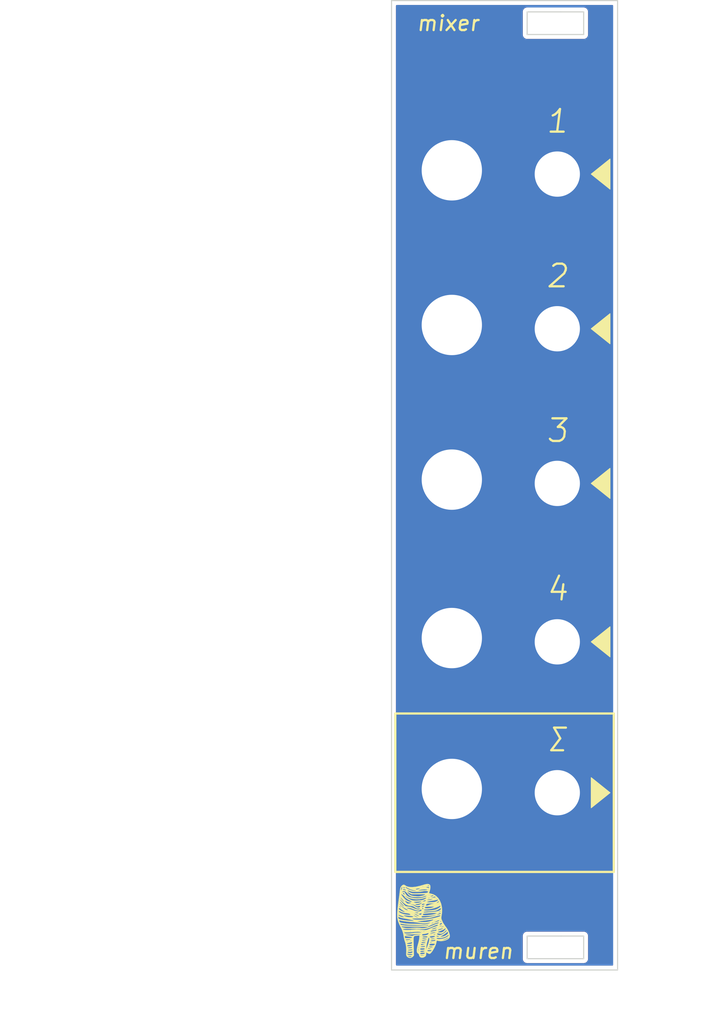
<source format=kicad_pcb>
(kicad_pcb (version 20171130) (host pcbnew 5.1.2)

  (general
    (thickness 1.6)
    (drawings 61)
    (tracks 10)
    (zones 0)
    (modules 1)
    (nets 1)
  )

  (page A4)
  (layers
    (0 F.Cu signal)
    (31 B.Cu signal)
    (32 B.Adhes user)
    (33 F.Adhes user)
    (34 B.Paste user)
    (35 F.Paste user)
    (36 B.SilkS user)
    (37 F.SilkS user)
    (38 B.Mask user)
    (39 F.Mask user)
    (40 Dwgs.User user)
    (41 Cmts.User user)
    (42 Eco1.User user)
    (43 Eco2.User user)
    (44 Edge.Cuts user)
    (45 Margin user)
    (46 B.CrtYd user)
    (47 F.CrtYd user)
    (48 B.Fab user)
    (49 F.Fab user)
  )

  (setup
    (last_trace_width 0.25)
    (user_trace_width 1)
    (trace_clearance 0.2)
    (zone_clearance 0.508)
    (zone_45_only no)
    (trace_min 0.2)
    (via_size 0.8)
    (via_drill 0.4)
    (via_min_size 0.4)
    (via_min_drill 0.3)
    (user_via 7 6)
    (user_via 9 8)
    (uvia_size 0.3)
    (uvia_drill 0.1)
    (uvias_allowed no)
    (uvia_min_size 0.2)
    (uvia_min_drill 0.1)
    (edge_width 0.15)
    (segment_width 0.2)
    (pcb_text_width 0.3)
    (pcb_text_size 1.5 1.5)
    (mod_edge_width 0.15)
    (mod_text_size 1 1)
    (mod_text_width 0.15)
    (pad_size 1.524 1.524)
    (pad_drill 0.762)
    (pad_to_mask_clearance 0.051)
    (solder_mask_min_width 0.25)
    (aux_axis_origin 0 0)
    (visible_elements FFFFFF7F)
    (pcbplotparams
      (layerselection 0x010fc_ffffffff)
      (usegerberextensions false)
      (usegerberattributes false)
      (usegerberadvancedattributes false)
      (creategerberjobfile false)
      (excludeedgelayer true)
      (linewidth 0.100000)
      (plotframeref false)
      (viasonmask false)
      (mode 1)
      (useauxorigin false)
      (hpglpennumber 1)
      (hpglpenspeed 20)
      (hpglpendiameter 15.000000)
      (psnegative false)
      (psa4output false)
      (plotreference true)
      (plotvalue true)
      (plotinvisibletext false)
      (padsonsilk false)
      (subtractmaskfromsilk false)
      (outputformat 1)
      (mirror false)
      (drillshape 1)
      (scaleselection 1)
      (outputdirectory ""))
  )

  (net 0 "")

  (net_class Default "Dies ist die voreingestellte Netzklasse."
    (clearance 0.2)
    (trace_width 0.25)
    (via_dia 0.8)
    (via_drill 0.4)
    (uvia_dia 0.3)
    (uvia_drill 0.1)
  )

  (module fox_even_smaller (layer F.Cu) (tedit 0) (tstamp 5D11A614)
    (at 98.5 155)
    (fp_text reference G*** (at 0 0) (layer F.SilkS) hide
      (effects (font (size 1.524 1.524) (thickness 0.3)))
    )
    (fp_text value LOGO (at 0.75 0) (layer F.SilkS) hide
      (effects (font (size 1.524 1.524) (thickness 0.3)))
    )
    (fp_poly (pts (xy 0.994598 -4.865077) (xy 1.090566 -4.794976) (xy 1.150158 -4.670815) (xy 1.165417 -4.477017)
      (xy 1.138277 -4.234396) (xy 1.070675 -3.963769) (xy 0.993659 -3.752725) (xy 0.990711 -3.699464)
      (xy 1.049663 -3.664035) (xy 1.189674 -3.635498) (xy 1.202261 -3.633587) (xy 1.563081 -3.529757)
      (xy 1.890971 -3.337447) (xy 2.175464 -3.067263) (xy 2.406089 -2.72981) (xy 2.572377 -2.335694)
      (xy 2.607702 -2.2098) (xy 2.69297 -1.786734) (xy 2.721338 -1.403345) (xy 2.694703 -1.016455)
      (xy 2.667762 -0.843606) (xy 2.629329 -0.600521) (xy 2.6153 -0.427678) (xy 2.624753 -0.296923)
      (xy 2.647003 -0.208606) (xy 2.836761 0.226066) (xy 3.126557 0.665145) (xy 3.185353 0.739751)
      (xy 3.382503 1.016814) (xy 3.543606 1.3074) (xy 3.661536 1.592298) (xy 3.729165 1.852299)
      (xy 3.739367 2.068192) (xy 3.715222 2.167929) (xy 3.595418 2.334614) (xy 3.397646 2.475238)
      (xy 3.143546 2.58377) (xy 2.854756 2.654178) (xy 2.552915 2.680432) (xy 2.259661 2.656499)
      (xy 2.102584 2.617424) (xy 2.037177 2.606957) (xy 1.998998 2.644364) (xy 1.973765 2.751345)
      (xy 1.962532 2.830197) (xy 1.914285 3.037383) (xy 1.825884 3.275998) (xy 1.708007 3.528193)
      (xy 1.571334 3.776122) (xy 1.426543 4.001936) (xy 1.284311 4.187787) (xy 1.155318 4.31583)
      (xy 1.050242 4.368216) (xy 1.042069 4.36861) (xy 0.931056 4.342669) (xy 0.794422 4.279456)
      (xy 0.777386 4.26939) (xy 0.614972 4.17036) (xy 0.599586 4.407594) (xy 0.578737 4.565818)
      (xy 0.52663 4.666979) (xy 0.419717 4.755319) (xy 0.411587 4.760814) (xy 0.203758 4.857861)
      (xy 0.002182 4.876232) (xy -0.170112 4.816548) (xy -0.250313 4.742949) (xy -0.324767 4.612524)
      (xy -0.337295 4.561799) (xy -0.1524 4.561799) (xy -0.107625 4.58131) (xy 0.005322 4.585105)
      (xy 0.154376 4.574042) (xy 0.3048 4.549564) (xy 0.303018 4.539585) (xy 0.21897 4.531095)
      (xy 0.1143 4.527092) (xy -0.03466 4.530771) (xy -0.131464 4.546536) (xy -0.1524 4.561799)
      (xy -0.337295 4.561799) (xy -0.3556 4.487691) (xy -0.397835 4.370671) (xy -0.479868 4.319038)
      (xy -0.510735 4.292878) (xy -0.2032 4.292878) (xy -0.163137 4.372433) (xy -0.1397 4.387101)
      (xy -0.052793 4.396198) (xy 0.087865 4.388844) (xy 0.236654 4.369758) (xy 0.347953 4.343661)
      (xy 0.3683 4.334542) (xy 0.404857 4.269816) (xy 0.406492 4.251501) (xy 0.366123 4.216263)
      (xy 0.239603 4.204034) (xy 0.101692 4.208212) (xy -0.089015 4.228216) (xy -0.186387 4.262538)
      (xy -0.2032 4.292878) (xy -0.510735 4.292878) (xy -0.592378 4.223688) (xy -0.649355 4.04639)
      (xy -0.649399 4.0386) (xy -0.4572 4.0386) (xy -0.4318 4.064) (xy -0.4064 4.0386)
      (xy -0.424075 4.020925) (xy -0.202043 4.020925) (xy -0.156951 4.062121) (xy -0.150929 4.065984)
      (xy -0.027504 4.109683) (xy 0.13111 4.093968) (xy 0.246419 4.05903) (xy 0.370733 4.00529)
      (xy 0.397402 3.967182) (xy 0.329532 3.947227) (xy 0.170228 3.947945) (xy 0.1143 3.951822)
      (xy -0.077691 3.970628) (xy -0.179381 3.992045) (xy -0.202043 4.020925) (xy -0.424075 4.020925)
      (xy -0.4318 4.0132) (xy -0.4572 4.0386) (xy -0.649399 4.0386) (xy -0.649972 3.937)
      (xy 0.762 3.937) (xy 0.796264 3.990489) (xy 0.909262 4.012071) (xy 0.961045 4.0132)
      (xy 1.111536 4.005581) (xy 1.226796 3.986806) (xy 1.240445 3.982364) (xy 1.317816 3.935698)
      (xy 1.302114 3.89643) (xy 1.20184 3.869755) (xy 1.0414 3.8608) (xy 0.872905 3.867641)
      (xy 0.786156 3.891645) (xy 0.762 3.937) (xy -0.649972 3.937) (xy -0.650695 3.809171)
      (xy -0.482088 3.809171) (xy -0.471051 3.853349) (xy -0.434799 3.8608) (xy -0.36513 3.849019)
      (xy -0.3556 3.838398) (xy -0.392825 3.79098) (xy -0.459806 3.789923) (xy -0.482088 3.809171)
      (xy -0.650695 3.809171) (xy -0.650802 3.790278) (xy -0.639527 3.7211) (xy -0.203087 3.7211)
      (xy -0.182637 3.778004) (xy -0.105227 3.80444) (xy 0.021245 3.81) (xy 0.17846 3.80326)
      (xy 0.300938 3.786393) (xy 0.326045 3.779164) (xy 0.379538 3.7338) (xy 0.607552 3.7338)
      (xy 0.647107 3.629201) (xy 0.8636 3.629201) (xy 0.887528 3.678653) (xy 0.973385 3.700594)
      (xy 1.1049 3.702558) (xy 1.244694 3.698192) (xy 1.289532 3.691337) (xy 1.246037 3.677595)
      (xy 1.166674 3.661538) (xy 1.028794 3.627602) (xy 0.931426 3.591636) (xy 0.925374 3.588182)
      (xy 0.872549 3.589006) (xy 0.8636 3.629201) (xy 0.647107 3.629201) (xy 0.727256 3.417255)
      (xy 0.968571 3.417255) (xy 1.017471 3.456384) (xy 1.153244 3.496096) (xy 1.32807 3.489888)
      (xy 1.4478 3.457448) (xy 1.48067 3.431918) (xy 1.427621 3.412113) (xy 1.281024 3.395329)
      (xy 1.27 3.394432) (xy 1.079525 3.383538) (xy 0.981634 3.390511) (xy 0.968571 3.417255)
      (xy 0.727256 3.417255) (xy 0.786239 3.261284) (xy 0.827862 3.14139) (xy 1.02079 3.14139)
      (xy 1.044233 3.204984) (xy 1.115418 3.237833) (xy 1.255326 3.249968) (xy 1.433026 3.240475)
      (xy 1.56395 3.220349) (xy 1.681271 3.171848) (xy 1.74133 3.101052) (xy 1.742306 3.054347)
      (xy 1.70125 3.028287) (xy 1.598262 3.017759) (xy 1.416633 3.017602) (xy 1.191165 3.033293)
      (xy 1.060589 3.073866) (xy 1.02079 3.14139) (xy 0.827862 3.14139) (xy 0.869095 3.022621)
      (xy 0.919483 2.851844) (xy 1.1176 2.851844) (xy 1.161114 2.884748) (xy 1.2446 2.8956)
      (xy 1.340186 2.888911) (xy 1.3716 2.876122) (xy 1.328454 2.853276) (xy 1.2446 2.832366)
      (xy 1.150203 2.828883) (xy 1.1176 2.851844) (xy 0.919483 2.851844) (xy 0.939336 2.784558)
      (xy 0.974661 2.634162) (xy 1.185518 2.634162) (xy 1.222429 2.663977) (xy 1.326104 2.678971)
      (xy 1.485169 2.670199) (xy 1.48949 2.669633) (xy 1.644862 2.645381) (xy 1.757038 2.621205)
      (xy 1.787781 2.610154) (xy 1.832336 2.555363) (xy 1.807344 2.530525) (xy 2.800618 2.530525)
      (xy 2.82305 2.536571) (xy 2.933547 2.52257) (xy 3.090069 2.483239) (xy 3.160815 2.460774)
      (xy 3.321559 2.391061) (xy 3.453095 2.308616) (xy 3.487364 2.277363) (xy 3.53667 2.218867)
      (xy 3.527602 2.209824) (xy 3.448748 2.251649) (xy 3.382464 2.290383) (xy 3.200452 2.380205)
      (xy 2.997268 2.4567) (xy 2.950664 2.470366) (xy 2.838166 2.506221) (xy 2.800618 2.530525)
      (xy 1.807344 2.530525) (xy 1.793837 2.517102) (xy 1.690816 2.513476) (xy 1.6891 2.513743)
      (xy 1.540996 2.537033) (xy 1.369882 2.563896) (xy 1.357488 2.565839) (xy 1.226746 2.598468)
      (xy 1.185518 2.634162) (xy 0.974661 2.634162) (xy 0.986162 2.585201) (xy 0.996655 2.518809)
      (xy 1.002505 2.3882) (xy 1.2192 2.3882) (xy 1.262525 2.411976) (xy 1.369821 2.413045)
      (xy 1.507062 2.395531) (xy 1.640227 2.363556) (xy 1.7272 2.326622) (xy 1.748237 2.299409)
      (xy 1.67481 2.301431) (xy 1.63195 2.308018) (xy 1.473792 2.328505) (xy 1.33985 2.3368)
      (xy 1.247466 2.355233) (xy 1.2192 2.3882) (xy 1.002505 2.3882) (xy 1.00385 2.35818)
      (xy 0.993455 2.283981) (xy 1.9812 2.283981) (xy 2.026535 2.34724) (xy 2.148841 2.383288)
      (xy 2.32757 2.393419) (xy 2.542173 2.378926) (xy 2.772101 2.3411) (xy 2.996805 2.281235)
      (xy 3.179638 2.208591) (xy 3.358604 2.108971) (xy 3.499215 2.006626) (xy 3.584322 1.916484)
      (xy 3.596776 1.853475) (xy 3.592922 1.848788) (xy 3.539597 1.859845) (xy 3.437221 1.921599)
      (xy 3.368867 1.972589) (xy 3.131708 2.1117) (xy 2.836459 2.21257) (xy 2.522686 2.264998)
      (xy 2.24898 2.261346) (xy 2.072713 2.248603) (xy 1.98942 2.266592) (xy 1.9812 2.283981)
      (xy 0.993455 2.283981) (xy 0.988159 2.246183) (xy 0.957292 2.19631) (xy 0.918958 2.222055)
      (xy 0.884215 2.322022) (xy 0.849656 2.450135) (xy 0.796489 2.627011) (xy 0.757994 2.747562)
      (xy 0.703119 2.957017) (xy 0.657476 3.20515) (xy 0.636245 3.382562) (xy 0.607552 3.7338)
      (xy 0.379538 3.7338) (xy 0.396038 3.719808) (xy 0.4064 3.684649) (xy 0.367372 3.646039)
      (xy 0.244095 3.627957) (xy 0.101713 3.626584) (xy -0.070958 3.634512) (xy -0.164164 3.654741)
      (xy -0.199895 3.694089) (xy -0.203087 3.7211) (xy -0.639527 3.7211) (xy -0.612127 3.553001)
      (xy -0.4572 3.553001) (xy -0.420324 3.604732) (xy -0.4064 3.6068) (xy -0.356921 3.589467)
      (xy -0.3556 3.584398) (xy -0.391198 3.541026) (xy -0.4064 3.5306) (xy -0.453212 3.534627)
      (xy -0.4572 3.553001) (xy -0.612127 3.553001) (xy -0.59672 3.458483) (xy -0.583117 3.408301)
      (xy -0.1524 3.408301) (xy -0.107714 3.43595) (xy 0.003672 3.450656) (xy 0.147745 3.452889)
      (xy 0.290492 3.443116) (xy 0.397903 3.421808) (xy 0.433888 3.40022) (xy 0.45374 3.342165)
      (xy 0.449586 3.334202) (xy 0.382814 3.325314) (xy 0.257692 3.330868) (xy 0.108131 3.34669)
      (xy -0.031959 3.368606) (xy -0.128667 3.392442) (xy -0.1524 3.408301) (xy -0.583117 3.408301)
      (xy -0.568072 3.3528) (xy -0.4064 3.3528) (xy -0.387814 3.394614) (xy -0.372534 3.386666)
      (xy -0.366454 3.326378) (xy -0.372534 3.318933) (xy -0.402734 3.325906) (xy -0.4064 3.3528)
      (xy -0.568072 3.3528) (xy -0.504382 3.11785) (xy -0.1016 3.11785) (xy -0.082747 3.172778)
      (xy -0.01464 3.193731) (xy 0.120042 3.182286) (xy 0.2794 3.152514) (xy 0.390802 3.125934)
      (xy 0.406068 3.110751) (xy 0.34925 3.104641) (xy 0.198066 3.089834) (xy 0.05715 3.06705)
      (xy -0.055375 3.055521) (xy -0.098282 3.088597) (xy -0.1016 3.11785) (xy -0.504382 3.11785)
      (xy -0.487111 3.054138) (xy -0.479003 3.028375) (xy -0.428115 2.842865) (xy -0.0508 2.842865)
      (xy -0.009322 2.901611) (xy 0.119003 2.92989) (xy 0.3048 2.930876) (xy 0.439827 2.915006)
      (xy 0.506359 2.885898) (xy 0.508 2.870592) (xy 0.449814 2.840936) (xy 0.332 2.819914)
      (xy 0.189176 2.809245) (xy 0.055962 2.810646) (xy -0.033024 2.825836) (xy -0.0508 2.842865)
      (xy -0.428115 2.842865) (xy -0.410796 2.77973) (xy -0.386829 2.667) (xy -0.2032 2.667)
      (xy -0.1778 2.6924) (xy -0.1524 2.667) (xy -0.1778 2.6416) (xy -0.2032 2.667)
      (xy -0.386829 2.667) (xy -0.365007 2.564361) (xy 0.015113 2.564361) (xy 0.0254 2.579253)
      (xy 0.166486 2.657522) (xy 0.358131 2.672206) (xy 0.508 2.6416) (xy 0.635 2.600927)
      (xy 0.508 2.595304) (xy 0.372749 2.583657) (xy 0.205027 2.562323) (xy 0.1778 2.558224)
      (xy 0.049842 2.546058) (xy 0.015113 2.564361) (xy -0.365007 2.564361) (xy -0.353927 2.51225)
      (xy -0.339353 2.413) (xy -0.2032 2.413) (xy -0.1778 2.4384) (xy -0.1524 2.413)
      (xy -0.1778 2.3876) (xy -0.2032 2.413) (xy -0.339353 2.413) (xy -0.325841 2.320984)
      (xy 0.056124 2.320984) (xy 0.081065 2.346943) (xy 0.157724 2.383288) (xy 0.29267 2.418269)
      (xy 0.448793 2.433279) (xy 0.588694 2.427688) (xy 0.674973 2.400868) (xy 0.683005 2.392122)
      (xy 0.649728 2.370634) (xy 0.546301 2.348179) (xy 0.404072 2.328314) (xy 0.254389 2.314597)
      (xy 0.128601 2.310585) (xy 0.058056 2.319835) (xy 0.056124 2.320984) (xy -0.325841 2.320984)
      (xy -0.319944 2.28083) (xy -0.318586 2.265833) (xy -0.303033 2.0828) (xy -0.144379 2.0828)
      (xy -0.136396 2.154917) (xy -0.118757 2.1463) (xy -0.114934 2.087033) (xy 0.102002 2.087033)
      (xy 0.128013 2.140492) (xy 0.218277 2.171303) (xy 0.38845 2.183658) (xy 0.465666 2.1844)
      (xy 0.639097 2.178441) (xy 0.731152 2.157126) (xy 0.761541 2.115297) (xy 0.762 2.106853)
      (xy 0.743493 2.064714) (xy 0.723786 2.058715) (xy 1.073951 2.058715) (xy 1.083901 2.109335)
      (xy 1.118455 2.16003) (xy 1.226093 2.212279) (xy 1.407241 2.197149) (xy 1.6383 2.12426)
      (xy 1.756719 2.065759) (xy 1.779992 2.021936) (xy 1.747256 2.009242) (xy 1.9812 2.009242)
      (xy 2.014202 2.058627) (xy 2.123756 2.078227) (xy 2.1971 2.078789) (xy 2.31004 2.071456)
      (xy 2.330724 2.064157) (xy 2.46475 2.064157) (xy 2.509897 2.074374) (xy 2.555604 2.076907)
      (xy 2.695797 2.06795) (xy 2.870711 2.038395) (xy 2.921806 2.026497) (xy 3.103767 1.955173)
      (xy 3.285459 1.845746) (xy 3.332168 1.808749) (xy 3.446509 1.697734) (xy 3.490685 1.612757)
      (xy 3.481729 1.530078) (xy 3.444523 1.412853) (xy 3.309761 1.535849) (xy 3.176052 1.644476)
      (xy 3.002804 1.767535) (xy 2.818522 1.886756) (xy 2.651709 1.983868) (xy 2.530871 2.040601)
      (xy 2.5146 2.045527) (xy 2.46475 2.064157) (xy 2.330724 2.064157) (xy 2.349735 2.057449)
      (xy 2.3368 2.049406) (xy 2.15463 1.990311) (xy 2.048201 1.962519) (xy 1.997359 1.963752)
      (xy 1.981954 1.991735) (xy 1.9812 2.009242) (xy 1.747256 2.009242) (xy 1.713959 1.996331)
      (xy 1.564461 1.992484) (xy 1.43679 2.002127) (xy 1.261745 2.022728) (xy 1.131337 2.04308)
      (xy 1.073951 2.058715) (xy 0.723786 2.058715) (xy 0.674513 2.043716) (xy 0.534868 2.03997)
      (xy 0.432202 2.043353) (xy 0.26407 2.054676) (xy 0.145119 2.070632) (xy 0.102002 2.087033)
      (xy -0.114934 2.087033) (xy -0.112047 2.042294) (xy -0.118757 2.0193) (xy -0.137298 2.012918)
      (xy -0.144379 2.0828) (xy -0.303033 2.0828) (xy -0.288813 1.915467) (xy -0.605037 1.951244)
      (xy -0.750571 1.965439) (xy -0.863276 1.978978) (xy -0.947048 2.003698) (xy -1.005784 2.051435)
      (xy -1.04338 2.134028) (xy -1.063733 2.263313) (xy -1.07074 2.451127) (xy -1.068297 2.709308)
      (xy -1.060301 3.049693) (xy -1.054086 3.315378) (xy -1.026543 4.582196) (xy -1.160972 4.731262)
      (xy -1.343451 4.867712) (xy -1.54993 4.911748) (xy -1.760362 4.860299) (xy -1.812858 4.831147)
      (xy -1.944224 4.733482) (xy -2.020846 4.627586) (xy -1.81439 4.627586) (xy -1.810403 4.649006)
      (xy -1.755591 4.695229) (xy -1.63995 4.752231) (xy -1.503329 4.773766) (xy -1.388478 4.756788)
      (xy -1.3462 4.7244) (xy -1.365202 4.687441) (xy -1.457502 4.672906) (xy -1.616891 4.661617)
      (xy -1.7272 4.643735) (xy -1.81439 4.627586) (xy -2.020846 4.627586) (xy -2.023069 4.624514)
      (xy -2.0583 4.478726) (xy -2.058581 4.367013) (xy -1.9304 4.367013) (xy -1.884871 4.430619)
      (xy -1.76886 4.481053) (xy -1.613236 4.512281) (xy -1.448869 4.518267) (xy -1.306625 4.492975)
      (xy -1.299555 4.490364) (xy -1.223538 4.445636) (xy -1.241206 4.410999) (xy -1.344776 4.391352)
      (xy -1.4605 4.389058) (xy -1.631755 4.383503) (xy -1.777343 4.363454) (xy -1.8161 4.352676)
      (xy -1.909462 4.337771) (xy -1.9304 4.367013) (xy -2.058581 4.367013) (xy -2.058824 4.270597)
      (xy -2.05022 4.151107) (xy -2.049404 4.118958) (xy -1.881402 4.118958) (xy -1.836131 4.178297)
      (xy -1.7653 4.214816) (xy -1.64629 4.254255) (xy -1.537106 4.260652) (xy -1.38485 4.236824)
      (xy -1.37795 4.23545) (xy -1.252916 4.184533) (xy -1.2192 4.111996) (xy -1.232663 4.053409)
      (xy -1.291665 4.045027) (xy -1.383928 4.067535) (xy -1.556206 4.092114) (xy -1.714128 4.083735)
      (xy -1.838115 4.080727) (xy -1.881402 4.118958) (xy -2.049404 4.118958) (xy -2.043167 3.873485)
      (xy -1.84636 3.873485) (xy -1.784101 3.895092) (xy -1.657736 3.902403) (xy -1.503483 3.897172)
      (xy -1.357558 3.881155) (xy -1.256181 3.856105) (xy -1.236193 3.843925) (xy -1.216093 3.802834)
      (xy -1.267333 3.783081) (xy -1.400376 3.783098) (xy -1.561331 3.795251) (xy -1.730064 3.818099)
      (xy -1.829285 3.847586) (xy -1.84636 3.873485) (xy -2.043167 3.873485) (xy -2.042435 3.844708)
      (xy -2.060083 3.56229) (xy -1.8796 3.56229) (xy -1.834917 3.589331) (xy -1.723541 3.603465)
      (xy -1.579482 3.605252) (xy -1.436751 3.595253) (xy -1.329358 3.57403) (xy -1.293312 3.55262)
      (xy -1.273489 3.491919) (xy -1.277614 3.482804) (xy -1.340084 3.473446) (xy -1.462739 3.479427)
      (xy -1.611654 3.496268) (xy -1.752901 3.519488) (xy -1.852555 3.544609) (xy -1.8796 3.56229)
      (xy -2.060083 3.56229) (xy -2.063447 3.508467) (xy -2.093693 3.287402) (xy -1.9304 3.287402)
      (xy -1.912009 3.331543) (xy -1.842348 3.349656) (xy -1.699687 3.345967) (xy -1.649213 3.342062)
      (xy -1.482524 3.319099) (xy -1.354833 3.28502) (xy -1.309699 3.260418) (xy -1.272861 3.214112)
      (xy -1.287704 3.188461) (xy -1.368954 3.180053) (xy -1.531336 3.18548) (xy -1.6129 3.190187)
      (xy -1.796034 3.207499) (xy -1.895675 3.23513) (xy -1.929814 3.278591) (xy -1.9304 3.287402)
      (xy -2.093693 3.287402) (xy -2.10881 3.176915) (xy -2.147368 3.004213) (xy -1.9812 3.004213)
      (xy -1.935991 3.028933) (xy -1.821759 3.043145) (xy -1.670604 3.046218) (xy -1.514623 3.037517)
      (xy -1.385913 3.01641) (xy -1.3843 3.015981) (xy -1.289185 2.950568) (xy -1.27 2.88424)
      (xy -1.291099 2.811824) (xy -1.3589 2.817754) (xy -1.458383 2.847432) (xy -1.61444 2.885055)
      (xy -1.7145 2.906402) (xy -1.862692 2.943852) (xy -1.959527 2.98258) (xy -1.9812 3.004213)
      (xy -2.147368 3.004213) (xy -2.174077 2.884583) (xy -2.230183 2.722906) (xy -1.984311 2.722906)
      (xy -1.914067 2.730922) (xy -1.8796 2.731414) (xy -1.787179 2.726117) (xy -1.776287 2.712931)
      (xy -1.7907 2.708182) (xy -1.919541 2.700281) (xy -1.9685 2.708182) (xy -1.984311 2.722906)
      (xy -2.230183 2.722906) (xy -2.236453 2.704839) (xy -2.246508 2.675176) (xy -1.604802 2.675176)
      (xy -1.5748 2.685259) (xy -1.466078 2.66577) (xy -1.397 2.6416) (xy -1.341599 2.608023)
      (xy -1.3716 2.59794) (xy -1.480323 2.617429) (xy -1.5494 2.6416) (xy -1.604802 2.675176)
      (xy -2.246508 2.675176) (xy -2.289587 2.548099) (xy -2.304112 2.4892) (xy -2.1336 2.4892)
      (xy -2.089352 2.523821) (xy -1.977442 2.536752) (xy -1.829127 2.529501) (xy -1.675662 2.503575)
      (xy -1.5494 2.46102) (xy -1.397 2.386624) (xy -1.56845 2.412512) (xy -1.742041 2.430417)
      (xy -1.927994 2.438375) (xy -1.93675 2.4384) (xy -2.061629 2.450005) (xy -2.129501 2.478893)
      (xy -2.1336 2.4892) (xy -2.304112 2.4892) (xy -2.342622 2.333056) (xy -2.385216 2.102492)
      (xy -2.38641 2.094298) (xy -2.2352 2.094298) (xy -2.220918 2.205764) (xy -2.1971 2.257974)
      (xy -2.133138 2.271757) (xy -1.997608 2.275844) (xy -1.819914 2.271802) (xy -1.629462 2.261195)
      (xy -1.455659 2.245587) (xy -1.327909 2.226542) (xy -1.277723 2.209055) (xy -1.278651 2.162141)
      (xy -1.373744 2.120218) (xy -1.555597 2.085652) (xy -1.71887 2.068075) (xy -1.9067 2.048229)
      (xy -2.062593 2.024808) (xy -2.1463 2.004838) (xy -2.213415 1.999861) (xy -2.234795 2.071827)
      (xy -2.2352 2.094298) (xy -2.38641 2.094298) (xy -2.389977 2.069839) (xy -2.42555 1.844668)
      (xy -2.141376 1.844668) (xy -2.063821 1.871757) (xy -1.890793 1.901717) (xy -1.689357 1.926023)
      (xy -1.497438 1.946616) (xy -1.345506 1.96347) (xy -1.261229 1.973501) (xy -1.254778 1.974442)
      (xy -1.186302 1.957585) (xy -1.071796 1.907411) (xy -1.053735 1.898243) (xy -0.882781 1.843941)
      (xy -0.638345 1.813739) (xy -0.576319 1.811374) (xy 0.049868 1.811374) (xy 0.077482 1.889177)
      (xy 0.0889 1.901608) (xy 0.164546 1.921529) (xy 0.304145 1.918182) (xy 0.474006 1.896368)
      (xy 0.640435 1.860888) (xy 0.65823 1.854785) (xy 1.095745 1.854785) (xy 1.150651 1.862785)
      (xy 1.2446 1.86507) (xy 1.365073 1.861842) (xy 1.409109 1.852787) (xy 1.384998 1.84384)
      (xy 1.245632 1.834692) (xy 1.130998 1.843146) (xy 1.095745 1.854785) (xy 0.65823 1.854785)
      (xy 0.766696 1.817586) (xy 1.575028 1.817586) (xy 1.612895 1.82716) (xy 1.6256 1.827244)
      (xy 1.734331 1.800661) (xy 1.778 1.778) (xy 1.828571 1.738413) (xy 1.790704 1.728839)
      (xy 1.778 1.728755) (xy 1.669268 1.755338) (xy 1.6256 1.778) (xy 1.575028 1.817586)
      (xy 0.766696 1.817586) (xy 0.769741 1.816542) (xy 0.799091 1.800411) (xy 0.885228 1.719448)
      (xy 0.89258 1.702469) (xy 2.032 1.702469) (xy 2.078481 1.792262) (xy 2.203365 1.854474)
      (xy 2.379943 1.878055) (xy 2.5531 1.842486) (xy 2.776908 1.737605) (xy 2.852844 1.692726)
      (xy 3.023926 1.575514) (xy 3.171784 1.453938) (xy 3.25766 1.362526) (xy 3.316043 1.261414)
      (xy 3.309929 1.223409) (xy 3.25251 1.246145) (xy 3.15698 1.327256) (xy 3.096938 1.391358)
      (xy 2.932058 1.543188) (xy 2.751608 1.65282) (xy 2.585211 1.704494) (xy 2.511599 1.702746)
      (xy 2.266986 1.660773) (xy 2.111644 1.653141) (xy 2.039228 1.679848) (xy 2.032 1.702469)
      (xy 0.89258 1.702469) (xy 0.9144 1.652082) (xy 0.909498 1.636213) (xy 1.1176 1.636213)
      (xy 1.161751 1.654311) (xy 1.274365 1.650788) (xy 1.425685 1.630005) (xy 1.585952 1.596325)
      (xy 1.725409 1.554109) (xy 1.7526 1.543138) (xy 1.836898 1.499146) (xy 1.842304 1.48743)
      (xy 2.163805 1.48743) (xy 2.247441 1.509526) (xy 2.426985 1.519467) (xy 2.454489 1.519989)
      (xy 2.650474 1.504388) (xy 2.805706 1.438705) (xy 2.869807 1.393855) (xy 3.001556 1.277246)
      (xy 3.108979 1.153749) (xy 3.174633 1.046863) (xy 3.181073 0.980087) (xy 3.178858 0.977525)
      (xy 3.126088 0.98759) (xy 3.038179 1.052258) (xy 3.03133 1.058597) (xy 2.929177 1.126454)
      (xy 2.761209 1.209488) (xy 2.558639 1.292734) (xy 2.494708 1.31589) (xy 2.286801 1.393844)
      (xy 2.176713 1.449947) (xy 2.163805 1.48743) (xy 1.842304 1.48743) (xy 1.847548 1.476066)
      (xy 1.840164 1.475188) (xy 1.735185 1.483421) (xy 1.584217 1.508096) (xy 1.417146 1.542555)
      (xy 1.263856 1.580138) (xy 1.15423 1.614184) (xy 1.1176 1.636213) (xy 0.909498 1.636213)
      (xy 0.901717 1.611031) (xy 0.847347 1.608813) (xy 0.726809 1.645544) (xy 0.705348 1.653064)
      (xy 0.5102 1.704136) (xy 0.302841 1.73363) (xy 0.273548 1.735247) (xy 0.1167 1.758734)
      (xy 0.049868 1.811374) (xy -0.576319 1.811374) (xy -0.523051 1.809343) (xy -0.343748 1.800778)
      (xy -0.212177 1.783654) (xy -0.153547 1.761452) (xy -0.152594 1.758214) (xy -0.200331 1.74282)
      (xy -0.332743 1.73728) (xy -0.533372 1.741716) (xy -0.7493 1.7537) (xy -1.043163 1.771315)
      (xy -1.354682 1.786057) (xy -1.638924 1.795967) (xy -1.787161 1.798885) (xy -2.00445 1.806407)
      (xy -2.122054 1.822276) (xy -2.141376 1.844668) (xy -2.42555 1.844668) (xy -2.432357 1.801586)
      (xy -2.48231 1.57561) (xy -2.495603 1.533581) (xy -2.32515 1.533581) (xy -2.320172 1.558538)
      (xy -2.30886 1.570498) (xy -2.181097 1.634489) (xy -1.965949 1.662953) (xy -1.661027 1.65594)
      (xy -1.263939 1.613498) (xy -1.131838 1.594665) (xy -0.868191 1.562169) (xy -0.604761 1.541282)
      (xy -0.379904 1.534539) (xy -0.2794 1.538342) (xy 0.0254 1.563752) (xy -0.1778 1.487969)
      (xy -0.277728 1.45707) (xy -0.388312 1.440119) (xy -0.531453 1.436725) (xy -0.729052 1.446495)
      (xy -1.00301 1.469039) (xy -1.041462 1.47253) (xy -1.31677 1.495167) (xy -1.580387 1.512399)
      (xy -1.802691 1.522559) (xy -1.954062 1.523984) (xy -1.955862 1.523922) (xy -2.159019 1.518388)
      (xy -2.276773 1.520903) (xy -2.32515 1.533581) (xy -2.495603 1.533581) (xy -2.537899 1.399853)
      (xy 0.162937 1.399853) (xy 0.223996 1.408271) (xy 0.2794 1.409589) (xy 0.38395 1.4055)
      (xy 0.410935 1.393988) (xy 0.394292 1.387496) (xy 0.272299 1.378034) (xy 0.191092 1.386471)
      (xy 0.162937 1.399853) (xy -2.537899 1.399853) (xy -2.549799 1.36223) (xy -2.556405 1.3462)
      (xy -2.3876 1.3462) (xy -2.3622 1.3716) (xy -2.350054 1.359454) (xy -1.552768 1.359454)
      (xy -1.502834 1.367589) (xy -1.436945 1.358249) (xy -1.436159 1.340908) (xy -1.453959 1.337733)
      (xy -0.033867 1.337733) (xy -0.026894 1.367933) (xy 0 1.3716) (xy 0.021142 1.362202)
      (xy 1.179931 1.362202) (xy 1.188369 1.402273) (xy 1.264791 1.406763) (xy 1.353565 1.393192)
      (xy 1.515855 1.357691) (xy 1.654737 1.318045) (xy 1.667962 1.313326) (xy 1.778557 1.291136)
      (xy 1.838742 1.301544) (xy 1.906139 1.294424) (xy 1.935301 1.263808) (xy 1.959195 1.210611)
      (xy 2.151607 1.210611) (xy 2.216498 1.21853) (xy 2.333917 1.201128) (xy 2.481565 1.160661)
      (xy 2.551671 1.135626) (xy 2.734276 1.057463) (xy 2.82735 1.001757) (xy 2.83048 0.974054)
      (xy 2.743252 0.979905) (xy 2.565249 1.024855) (xy 2.559831 1.026469) (xy 2.380197 1.084044)
      (xy 2.238276 1.136735) (xy 2.163268 1.173645) (xy 2.16154 1.175114) (xy 2.151607 1.210611)
      (xy 1.959195 1.210611) (xy 1.977839 1.169106) (xy 1.945138 1.140478) (xy 1.896916 1.153131)
      (xy 1.803112 1.179269) (xy 1.647231 1.213568) (xy 1.507382 1.240436) (xy 1.342551 1.279684)
      (xy 1.223119 1.326044) (xy 1.179931 1.362202) (xy 0.021142 1.362202) (xy 0.041814 1.353013)
      (xy 0.033866 1.337733) (xy -0.026422 1.331653) (xy -0.033867 1.337733) (xy -1.453959 1.337733)
      (xy -1.504149 1.328781) (xy -1.533525 1.336897) (xy -1.552768 1.359454) (xy -2.350054 1.359454)
      (xy -2.3368 1.3462) (xy -2.3622 1.3208) (xy -2.3876 1.3462) (xy -2.556405 1.3462)
      (xy -2.57188 1.308654) (xy -0.231968 1.308654) (xy -0.182034 1.316789) (xy -0.116145 1.307449)
      (xy -0.115359 1.290108) (xy -0.183349 1.277981) (xy -0.212725 1.286097) (xy -0.231968 1.308654)
      (xy -2.57188 1.308654) (xy -2.644787 1.131767) (xy -2.670221 1.078532) (xy -2.489117 1.078532)
      (xy -2.441041 1.128443) (xy -2.304457 1.162236) (xy -2.091221 1.179588) (xy -1.81319 1.180171)
      (xy -1.482221 1.163662) (xy -1.11017 1.129734) (xy -1.016 1.118953) (xy -0.678105 1.099089)
      (xy -0.354018 1.115807) (xy -0.3048 1.122334) (xy 0.010212 1.167858) (xy 0.246824 1.196746)
      (xy 0.427107 1.207434) (xy 0.573138 1.198358) (xy 0.706989 1.167953) (xy 0.850735 1.114657)
      (xy 0.935565 1.07712) (xy 1.339821 1.07712) (xy 1.35969 1.100757) (xy 1.449366 1.097573)
      (xy 1.582169 1.072572) (xy 1.731418 1.030757) (xy 1.868716 0.977925) (xy 1.955363 0.931333)
      (xy 2.252133 0.931333) (xy 2.259106 0.961533) (xy 2.286 0.9652) (xy 2.327814 0.946613)
      (xy 2.319866 0.931333) (xy 2.259578 0.925253) (xy 2.252133 0.931333) (xy 1.955363 0.931333)
      (xy 1.97161 0.922597) (xy 2.008113 0.889) (xy 2.9464 0.889) (xy 2.9718 0.9144)
      (xy 2.9972 0.889) (xy 2.9718 0.8636) (xy 2.9464 0.889) (xy 2.008113 0.889)
      (xy 2.014433 0.883184) (xy 2.012975 0.878442) (xy 1.953607 0.877557) (xy 1.830778 0.902763)
      (xy 1.676238 0.944689) (xy 1.521736 0.993965) (xy 1.399021 1.04122) (xy 1.339844 1.077084)
      (xy 1.339821 1.07712) (xy 0.935565 1.07712) (xy 1.026451 1.036904) (xy 1.049592 1.026375)
      (xy 1.290028 0.922748) (xy 1.456586 0.857268) (xy 2.558482 0.857268) (xy 2.614615 0.848251)
      (xy 2.753147 0.797022) (xy 2.778031 0.786733) (xy 2.887049 0.732226) (xy 2.935296 0.689701)
      (xy 2.933593 0.68146) (xy 2.875766 0.685573) (xy 2.763611 0.729355) (xy 2.709893 0.756081)
      (xy 2.588868 0.825927) (xy 2.558482 0.857268) (xy 1.456586 0.857268) (xy 1.539762 0.824569)
      (xy 1.75586 0.748447) (xy 1.814842 0.73031) (xy 1.8623 0.714165) (xy 2.360366 0.714165)
      (xy 2.382202 0.729548) (xy 2.471249 0.709649) (xy 2.487553 0.704161) (xy 2.603102 0.654044)
      (xy 2.6682 0.60761) (xy 2.668833 0.606634) (xy 2.646997 0.591251) (xy 2.55795 0.61115)
      (xy 2.541646 0.616638) (xy 2.426097 0.666755) (xy 2.360999 0.713189) (xy 2.360366 0.714165)
      (xy 1.8623 0.714165) (xy 1.981755 0.673527) (xy 2.105431 0.615768) (xy 2.156147 0.573314)
      (xy 2.145329 0.517448) (xy 2.05477 0.512625) (xy 1.891625 0.557238) (xy 1.663048 0.649682)
      (xy 1.521312 0.715827) (xy 1.091833 0.899663) (xy 0.687428 1.025573) (xy 0.324011 1.089689)
      (xy 0.017496 1.088143) (xy 0 1.085689) (xy -0.132188 1.072935) (xy -0.332926 1.062397)
      (xy -0.585618 1.054125) (xy -0.873668 1.048166) (xy -1.18048 1.044567) (xy -1.489459 1.043376)
      (xy -1.784006 1.044642) (xy -2.047528 1.048411) (xy -2.263427 1.054731) (xy -2.415107 1.063651)
      (xy -2.485972 1.075218) (xy -2.489117 1.078532) (xy -2.670221 1.078532) (xy -2.777239 0.854541)
      (xy -2.834549 0.740541) (xy -2.671163 0.740541) (xy -2.643863 0.777771) (xy -2.536484 0.827674)
      (xy -2.354458 0.883749) (xy -2.330138 0.890009) (xy -2.204448 0.916586) (xy -2.06687 0.93288)
      (xy -1.900664 0.938806) (xy -1.689088 0.93428) (xy -1.415402 0.919215) (xy -1.062865 0.893527)
      (xy -0.92853 0.882878) (xy -0.612224 0.875229) (xy -0.296249 0.89742) (xy -0.188831 0.913445)
      (xy 0.095829 0.944245) (xy 0.3826 0.930165) (xy 0.692035 0.867212) (xy 1.044682 0.751389)
      (xy 1.404488 0.603694) (xy 1.628328 0.507666) (xy 1.793784 0.439954) (xy 2.3876 0.439954)
      (xy 2.394459 0.493161) (xy 2.433831 0.501886) (xy 2.533911 0.469118) (xy 2.562092 0.458457)
      (xy 2.658196 0.396633) (xy 2.6924 0.331457) (xy 2.685104 0.270797) (xy 2.645417 0.261095)
      (xy 2.546635 0.299533) (xy 2.51699 0.312954) (xy 2.422181 0.378012) (xy 2.3876 0.439954)
      (xy 1.793784 0.439954) (xy 1.820705 0.428937) (xy 1.961297 0.375563) (xy 2.029786 0.355603)
      (xy 2.030128 0.3556) (xy 2.127286 0.332886) (xy 2.217844 0.28099) (xy 2.264301 0.224279)
      (xy 2.261765 0.205085) (xy 2.202755 0.198899) (xy 2.071668 0.228156) (xy 1.888653 0.285668)
      (xy 1.673858 0.364248) (xy 1.447429 0.456711) (xy 1.229516 0.555869) (xy 1.111908 0.615232)
      (xy 0.7874 0.786908) (xy -0.7112 0.773117) (xy -1.105248 0.768583) (xy -1.478216 0.762586)
      (xy -1.814593 0.755507) (xy -2.098867 0.747727) (xy -2.315525 0.739626) (xy -2.449056 0.731586)
      (xy -2.4638 0.73009) (xy -2.612952 0.722481) (xy -2.671163 0.740541) (xy -2.834549 0.740541)
      (xy -2.839595 0.730505) (xy -2.960213 0.484074) (xy -2.995154 0.403644) (xy -2.8448 0.403644)
      (xy -2.82076 0.460206) (xy -2.744343 0.507594) (xy -2.609107 0.546431) (xy -2.408609 0.577339)
      (xy -2.136406 0.600939) (xy -1.786056 0.617852) (xy -1.351116 0.628701) (xy -0.825144 0.634108)
      (xy -0.44722 0.635) (xy -0.03207 0.633721) (xy 0.291428 0.629555) (xy 0.533193 0.622005)
      (xy 0.703147 0.610574) (xy 0.811208 0.594767) (xy 0.867297 0.574086) (xy 0.87358 0.568899)
      (xy 0.897636 0.531423) (xy 0.854551 0.522315) (xy 0.729201 0.539086) (xy 0.7112 0.542152)
      (xy 0.540333 0.564788) (xy 0.39053 0.573636) (xy 0.3556 0.572657) (xy 0.269019 0.568939)
      (xy 0.097427 0.563461) (xy -0.142609 0.556683) (xy -0.434524 0.549063) (xy -0.761753 0.541061)
      (xy -0.911004 0.537575) (xy -1.332656 0.526176) (xy -1.673386 0.512367) (xy -1.953871 0.494333)
      (xy -2.19479 0.470262) (xy -2.416818 0.438341) (xy -2.640633 0.396755) (xy -2.7305 0.378032)
      (xy -2.818417 0.37742) (xy -2.8448 0.403644) (xy -2.995154 0.403644) (xy -3.059005 0.256671)
      (xy -3.13649 0.036865) (xy -3.16352 -0.069748) (xy -2.980303 -0.069748) (xy -2.973741 0.000175)
      (xy -2.95162 0.062472) (xy -2.919519 0.122962) (xy -2.863758 0.167898) (xy -2.764246 0.205268)
      (xy -2.600891 0.243061) (xy -2.404099 0.280171) (xy -2.077714 0.326969) (xy -1.706609 0.355509)
      (xy -1.26736 0.367336) (xy -1.076013 0.367764) (xy -0.775327 0.369292) (xy -0.491539 0.375314)
      (xy -0.248559 0.384991) (xy -0.070301 0.397485) (xy -0.009213 0.405135) (xy 0.200554 0.436933)
      (xy 0.356676 0.446567) (xy 0.504924 0.432837) (xy 0.691067 0.394545) (xy 0.728448 0.385818)
      (xy 0.820482 0.359838) (xy 1.2446 0.359838) (xy 1.3716 0.326609) (xy 1.487268 0.284468)
      (xy 1.546859 0.24829) (xy 1.570942 0.20878) (xy 1.525802 0.210504) (xy 1.433032 0.249144)
      (xy 1.3716 0.283319) (xy 1.2446 0.359838) (xy 0.820482 0.359838) (xy 0.89801 0.337953)
      (xy 1.030026 0.28627) (xy 1.084048 0.252135) (xy 1.112558 0.208315) (xy 1.057929 0.218209)
      (xy 1.053587 0.219725) (xy 0.958015 0.244729) (xy 0.799276 0.278134) (xy 0.640876 0.307504)
      (xy 0.481976 0.329852) (xy 0.328855 0.336374) (xy 0.153856 0.325624) (xy -0.07068 0.296158)
      (xy -0.304778 0.258102) (xy -0.573502 0.216142) (xy -0.832981 0.182068) (xy -0.849198 0.180405)
      (xy 1.654709 0.180405) (xy 1.665049 0.192272) (xy 1.767859 0.168774) (xy 1.964751 0.11079)
      (xy 2.001248 0.099558) (xy 2.05978 0.079198) (xy 2.4892 0.079198) (xy 2.513827 0.131778)
      (xy 2.54 0.127) (xy 2.588862 0.062054) (xy 2.5908 0.047801) (xy 2.552052 0.001368)
      (xy 2.54 0) (xy 2.495417 0.041349) (xy 2.4892 0.079198) (xy 2.05978 0.079198)
      (xy 2.168217 0.041479) (xy 2.288386 -0.012737) (xy 2.336715 -0.051715) (xy 2.3368 -0.052842)
      (xy 2.31161 -0.094475) (xy 2.229156 -0.088884) (xy 2.079108 -0.033679) (xy 1.905 0.047063)
      (xy 1.735229 0.132295) (xy 1.654709 0.180405) (xy -0.849198 0.180405) (xy -1.052025 0.159606)
      (xy -1.189398 0.1524) (xy -1.371205 0.144792) (xy -1.61525 0.124279) (xy -1.89384 0.094323)
      (xy -2.179281 0.058388) (xy -2.42067 0.023309) (xy -0.601433 0.023309) (xy -0.567745 0.038988)
      (xy -0.447004 0.069464) (xy -0.4318 0.072903) (xy -0.047436 0.13138) (xy 0.360243 0.145774)
      (xy 0.751616 0.11664) (xy 1.062605 0.052049) (xy 1.249664 -0.010954) (xy 1.284241 -0.0254)
      (xy 1.6256 -0.0254) (xy 1.651 0) (xy 1.6764 -0.0254) (xy 1.651 -0.0508)
      (xy 1.6256 -0.0254) (xy 1.284241 -0.0254) (xy 1.408534 -0.077328) (xy 1.421409 -0.084667)
      (xy 1.744133 -0.084667) (xy 1.751106 -0.054467) (xy 1.778 -0.0508) (xy 1.819814 -0.069387)
      (xy 1.811866 -0.084667) (xy 1.751578 -0.090747) (xy 1.744133 -0.084667) (xy 1.421409 -0.084667)
      (xy 1.499882 -0.129396) (xy 1.558582 -0.18153) (xy 1.544851 -0.196588) (xy 1.446065 -0.182533)
      (xy 1.4224 -0.178273) (xy 1.219181 -0.145672) (xy 0.962227 -0.11068) (xy 0.672746 -0.075493)
      (xy 0.371946 -0.042309) (xy 0.081035 -0.013323) (xy -0.178779 0.009269) (xy -0.386287 0.023269)
      (xy -0.520281 0.026482) (xy -0.541812 0.025142) (xy -0.601433 0.023309) (xy -2.42067 0.023309)
      (xy -2.443881 0.019936) (xy -2.659945 -0.01757) (xy -2.790636 -0.047838) (xy -2.924836 -0.081937)
      (xy -2.980303 -0.069748) (xy -3.16352 -0.069748) (xy -3.193191 -0.186771) (xy -3.229627 -0.425666)
      (xy -3.238397 -0.56522) (xy -3.106168 -0.56522) (xy -3.089784 -0.422804) (xy -3.071381 -0.343712)
      (xy -3.022993 -0.2891) (xy -2.921559 -0.243581) (xy -2.744019 -0.191766) (xy -2.74323 -0.191553)
      (xy -2.551103 -0.1503) (xy -2.295816 -0.109771) (xy -2.015689 -0.075541) (xy -1.82883 -0.058574)
      (xy -1.491994 -0.033975) (xy -1.251488 -0.019115) (xy -1.10244 -0.014753) (xy -1.039975 -0.021649)
      (xy -1.059222 -0.040561) (xy -1.155308 -0.072251) (xy -1.32336 -0.117477) (xy -1.3716 -0.129853)
      (xy -1.654347 -0.196619) (xy -1.970932 -0.263124) (xy -2.078708 -0.283099) (xy -1.259159 -0.283099)
      (xy -1.223836 -0.2634) (xy -1.143736 -0.238113) (xy -1.0922 -0.223854) (xy -0.904464 -0.192951)
      (xy -0.637927 -0.176401) (xy -0.31429 -0.173648) (xy 0.044747 -0.184139) (xy 0.417483 -0.207321)
      (xy 0.782219 -0.24264) (xy 1.048662 -0.278484) (xy 1.324546 -0.32724) (xy 1.609664 -0.387916)
      (xy 1.883569 -0.455027) (xy 2.125817 -0.52309) (xy 2.315964 -0.58662) (xy 2.433563 -0.640133)
      (xy 2.453699 -0.65538) (xy 2.490686 -0.718733) (xy 2.438733 -0.74224) (xy 2.302638 -0.725241)
      (xy 2.176222 -0.69354) (xy 2.002978 -0.644626) (xy 1.771729 -0.579142) (xy 1.522187 -0.508337)
      (xy 1.4224 -0.479981) (xy 1.247015 -0.432165) (xy 1.091421 -0.396614) (xy 0.935131 -0.371313)
      (xy 0.757658 -0.354248) (xy 0.538515 -0.343404) (xy 0.257215 -0.336767) (xy -0.0762 -0.332623)
      (xy -0.480006 -0.328199) (xy -0.79033 -0.323401) (xy -1.01529 -0.317362) (xy -1.163003 -0.309211)
      (xy -1.241587 -0.298079) (xy -1.259159 -0.283099) (xy -2.078708 -0.283099) (xy -2.262445 -0.317152)
      (xy -2.32081 -0.326696) (xy -2.548249 -0.368795) (xy -2.755225 -0.417979) (xy -2.908261 -0.4659)
      (xy -2.946794 -0.482804) (xy -3.106168 -0.56522) (xy -3.238397 -0.56522) (xy -3.246318 -0.691249)
      (xy -3.245295 -0.814089) (xy -3.0988 -0.814089) (xy -3.05229 -0.737901) (xy -2.925458 -0.653526)
      (xy -2.756382 -0.58061) (xy -2.629964 -0.543993) (xy -2.498565 -0.51816) (xy -2.391249 -0.506846)
      (xy -2.337081 -0.513784) (xy -2.341034 -0.527252) (xy -2.40736 -0.565131) (xy -2.531949 -0.620566)
      (xy -2.688088 -0.683445) (xy -2.82578 -0.734948) (xy -2.375469 -0.734948) (xy -2.315041 -0.691936)
      (xy -2.201435 -0.6369) (xy -2.0828 -0.591517) (xy -1.931567 -0.553186) (xy -1.747743 -0.526244)
      (xy -1.553317 -0.511025) (xy -1.370278 -0.507865) (xy -1.220617 -0.517099) (xy -1.126321 -0.539062)
      (xy -1.109381 -0.57409) (xy -1.111377 -0.576702) (xy -1.196003 -0.616942) (xy -1.37312 -0.651288)
      (xy -1.633707 -0.678048) (xy -1.662029 -0.680103) (xy -1.890579 -0.698301) (xy -2.093268 -0.718268)
      (xy -2.240097 -0.736877) (xy -2.284331 -0.74496) (xy -2.369604 -0.755951) (xy -2.375469 -0.734948)
      (xy -2.82578 -0.734948) (xy -2.849061 -0.743656) (xy -2.898395 -0.760479) (xy -1.071611 -0.760479)
      (xy -1.012584 -0.707096) (xy -0.9906 -0.688526) (xy -0.902127 -0.627334) (xy -0.785926 -0.562942)
      (xy -0.66546 -0.505643) (xy -0.56419 -0.465727) (xy -0.505576 -0.453486) (xy -0.512796 -0.478929)
      (xy -0.565743 -0.511704) (xy -0.683522 -0.576628) (xy -0.704062 -0.587483) (xy -0.017112 -0.587483)
      (xy -0.0096 -0.508173) (xy 0.015553 -0.486383) (xy 0.120548 -0.468788) (xy 0.301495 -0.469387)
      (xy 0.534859 -0.485769) (xy 0.797103 -0.51552) (xy 1.064694 -0.556228) (xy 1.314094 -0.605478)
      (xy 1.414012 -0.629757) (xy 1.621441 -0.686699) (xy 1.79039 -0.738192) (xy 1.897503 -0.77685)
      (xy 1.922012 -0.790392) (xy 1.904235 -0.804818) (xy 1.815741 -0.790946) (xy 1.8034 -0.787862)
      (xy 1.569721 -0.732981) (xy 1.353722 -0.696497) (xy 1.122606 -0.674915) (xy 0.843572 -0.664741)
      (xy 0.627735 -0.662613) (xy 0.355488 -0.659156) (xy 0.169649 -0.649908) (xy 0.055102 -0.633111)
      (xy -0.003265 -0.607002) (xy -0.017112 -0.587483) (xy -0.704062 -0.587483) (xy -0.838762 -0.658666)
      (xy -0.993831 -0.738059) (xy -1.068404 -0.771399) (xy -1.071611 -0.760479) (xy -2.898395 -0.760479)
      (xy -2.988154 -0.791087) (xy -3.078651 -0.815625) (xy -3.0988 -0.814089) (xy -3.245295 -0.814089)
      (xy -3.243824 -0.9906) (xy -2.9972 -0.9906) (xy -2.9718 -0.9652) (xy -2.9464 -0.9906)
      (xy -2.9718 -1.016) (xy -2.9972 -0.9906) (xy -3.243824 -0.9906) (xy -3.243787 -0.99495)
      (xy -3.240995 -1.0414) (xy -3.0988 -1.0414) (xy -3.0734 -1.016) (xy -3.048 -1.0414)
      (xy -3.0734 -1.0668) (xy -3.0988 -1.0414) (xy -3.240995 -1.0414) (xy -3.22604 -1.290198)
      (xy -3.048 -1.290198) (xy -3.000284 -1.195068) (xy -2.868972 -1.099051) (xy -2.671826 -1.008335)
      (xy -2.426605 -0.929102) (xy -2.151068 -0.867537) (xy -1.862974 -0.829824) (xy -1.7018 -0.821409)
      (xy -1.553758 -0.82005) (xy -1.492556 -0.830019) (xy -1.503464 -0.860253) (xy -1.55832 -0.908472)
      (xy -1.65713 -0.958042) (xy -0.977803 -0.958042) (xy -0.974654 -0.951191) (xy -0.883658 -0.876391)
      (xy -0.740625 -0.790777) (xy -0.584283 -0.714314) (xy -0.453361 -0.666965) (xy -0.410634 -0.660441)
      (xy -0.358188 -0.669378) (xy -0.359834 -0.676966) (xy -0.442478 -0.729071) (xy -0.566291 -0.793803)
      (xy -0.706502 -0.860116) (xy -0.799339 -0.900144) (xy -0.4318 -0.900144) (xy -0.3048 -0.861536)
      (xy -0.186136 -0.827497) (xy -0.124772 -0.824411) (xy -0.12009 -0.82758) (xy 0.1524 -0.82758)
      (xy 0.19919 -0.790852) (xy 0.326603 -0.770493) (xy 0.515199 -0.765256) (xy 0.745541 -0.773889)
      (xy 0.998189 -0.795145) (xy 1.164662 -0.816404) (xy 1.9558 -0.816404) (xy 2.159 -0.846689)
      (xy 2.313028 -0.877581) (xy 2.434659 -0.915307) (xy 2.4511 -0.922874) (xy 2.519458 -0.980549)
      (xy 2.541077 -1.039441) (xy 2.503049 -1.063769) (xy 2.5019 -1.063683) (xy 2.438266 -1.041494)
      (xy 2.31479 -0.987666) (xy 2.2098 -0.938485) (xy 1.9558 -0.816404) (xy 1.164662 -0.816404)
      (xy 1.253705 -0.827775) (xy 1.492652 -0.870528) (xy 1.695589 -0.922156) (xy 1.713614 -0.927909)
      (xy 2.0574 -1.040259) (xy 1.8288 -1.057267) (xy 1.701672 -1.059273) (xy 1.509748 -1.05338)
      (xy 1.274957 -1.04123) (xy 1.019233 -1.024468) (xy 0.764505 -1.004738) (xy 0.532705 -0.983685)
      (xy 0.345766 -0.962951) (xy 0.225618 -0.944181) (xy 0.195118 -0.934806) (xy 0.157013 -0.866856)
      (xy 0.1524 -0.82758) (xy -0.12009 -0.82758) (xy -0.080621 -0.854289) (xy -0.06096 -0.87376)
      (xy -0.001671 -0.960124) (xy -0.025904 -1.006513) (xy -0.122053 -1.008631) (xy -0.278512 -0.962185)
      (xy -0.288793 -0.958072) (xy -0.4318 -0.900144) (xy -0.799339 -0.900144) (xy -0.838339 -0.916959)
      (xy -0.93703 -0.953284) (xy -0.977803 -0.958042) (xy -1.65713 -0.958042) (xy -1.681713 -0.970374)
      (xy -1.885831 -1.012611) (xy -2.061755 -1.03048) (xy -2.363609 -1.070458) (xy -2.618588 -1.147444)
      (xy -2.67925 -1.174768) (xy -0.9398 -1.174768) (xy -0.8128 -1.097184) (xy -0.645728 -1.025931)
      (xy -0.505392 -1.040905) (xy -0.4572 -1.0668) (xy -0.42519 -1.10133) (xy -0.480233 -1.115824)
      (xy -0.5334 -1.117516) (xy -0.693552 -1.128408) (xy -0.8128 -1.146878) (xy -0.852552 -1.155608)
      (xy 0.259567 -1.155608) (xy 0.266359 -1.137577) (xy 0.299555 -1.127118) (xy 0.371784 -1.12434)
      (xy 0.495677 -1.129354) (xy 0.626062 -1.138303) (xy 2.263156 -1.138303) (xy 2.319212 -1.148108)
      (xy 2.403925 -1.190333) (xy 2.489523 -1.252758) (xy 2.524009 -1.287765) (xy 2.585438 -1.362125)
      (xy 2.577986 -1.363847) (xy 2.510599 -1.3081) (xy 2.412309 -1.241499) (xy 2.348498 -1.2192)
      (xy 2.271529 -1.183661) (xy 2.263527 -1.173138) (xy 2.263156 -1.138303) (xy 0.626062 -1.138303)
      (xy 0.683861 -1.14227) (xy 0.948968 -1.163197) (xy 1.274683 -1.189868) (xy 1.636013 -1.222663)
      (xy 1.91187 -1.256622) (xy 2.11833 -1.295997) (xy 2.271473 -1.345036) (xy 2.387376 -1.407989)
      (xy 2.48212 -1.489107) (xy 2.506996 -1.515599) (xy 2.577425 -1.61853) (xy 2.569348 -1.672348)
      (xy 2.495621 -1.672387) (xy 2.3691 -1.613982) (xy 2.320938 -1.583123) (xy 2.155689 -1.479013)
      (xy 1.997812 -1.40283) (xy 1.825287 -1.349329) (xy 1.616095 -1.313265) (xy 1.348217 -1.289392)
      (xy 1.020084 -1.273259) (xy 0.699708 -1.257544) (xy 0.473149 -1.238706) (xy 0.33265 -1.215798)
      (xy 0.27045 -1.187869) (xy 0.26655 -1.1811) (xy 0.259567 -1.155608) (xy -0.852552 -1.155608)
      (xy -0.9398 -1.174768) (xy -2.67925 -1.174768) (xy -2.751335 -1.207237) (xy -2.928924 -1.286335)
      (xy -3.027458 -1.308778) (xy -3.048 -1.290198) (xy -3.22604 -1.290198) (xy -3.222553 -1.348196)
      (xy -3.197634 -1.610071) (xy -3.034025 -1.610071) (xy -3.024064 -1.577168) (xy -2.94387 -1.499281)
      (xy -2.803107 -1.403946) (xy -2.635643 -1.311187) (xy -2.475345 -1.241032) (xy -2.431316 -1.22669)
      (xy -2.281094 -1.186588) (xy -2.221421 -1.181986) (xy -2.23866 -1.202267) (xy -0.033867 -1.202267)
      (xy -0.026894 -1.172067) (xy 0 -1.1684) (xy 0.041814 -1.186987) (xy 0.033866 -1.202267)
      (xy -0.026422 -1.208347) (xy -0.033867 -1.202267) (xy -2.23866 -1.202267) (xy -2.251578 -1.217464)
      (xy -2.370849 -1.2976) (xy -2.415755 -1.325931) (xy -2.584092 -1.439359) (xy -2.739366 -1.556867)
      (xy -2.807035 -1.615157) (xy -2.915047 -1.698577) (xy -2.98585 -1.703918) (xy -3.003269 -1.690652)
      (xy -3.034025 -1.610071) (xy -3.197634 -1.610071) (xy -3.183137 -1.762417) (xy -3.160167 -1.958256)
      (xy -2.935479 -1.958256) (xy -2.928702 -1.904522) (xy -2.8956 -1.8542) (xy -2.832202 -1.801051)
      (xy -2.804922 -1.800945) (xy -2.811699 -1.854679) (xy -2.8448 -1.905) (xy -2.908199 -1.95815)
      (xy -2.935479 -1.958256) (xy -3.160167 -1.958256) (xy -3.126323 -2.246799) (xy -2.9464 -2.246799)
      (xy -2.909643 -2.184096) (xy -2.812568 -2.076768) (xy -2.674973 -1.942674) (xy -2.516653 -1.799676)
      (xy -2.357406 -1.665632) (xy -2.217028 -1.558403) (xy -2.115315 -1.495848) (xy -2.112762 -1.494715)
      (xy -1.960801 -1.439653) (xy -1.859362 -1.424977) (xy -1.8288 -1.447069) (xy -1.870679 -1.480203)
      (xy -1.980812 -1.544055) (xy -2.135946 -1.625201) (xy -2.1463 -1.630388) (xy -2.310437 -1.72941)
      (xy -1.971459 -1.72941) (xy -1.965362 -1.704511) (xy -1.861615 -1.662639) (xy -1.660781 -1.605256)
      (xy -1.641654 -1.600325) (xy -1.409159 -1.532256) (xy -1.159157 -1.44647) (xy -1.032508 -1.397186)
      (xy -0.789757 -1.319535) (xy -0.539582 -1.27825) (xy -0.310752 -1.274963) (xy -0.132037 -1.311305)
      (xy -0.07321 -1.342781) (xy -0.008413 -1.410045) (xy -0.021208 -1.447601) (xy 0.3048 -1.447601)
      (xy 0.351718 -1.414445) (xy 0.479133 -1.395049) (xy 0.667031 -1.388316) (xy 0.8954 -1.393151)
      (xy 1.144228 -1.408459) (xy 1.393503 -1.433142) (xy 1.623211 -1.466107) (xy 1.813342 -1.506257)
      (xy 1.905 -1.535212) (xy 2.114306 -1.631226) (xy 2.295097 -1.741334) (xy 2.426418 -1.850357)
      (xy 2.487315 -1.943117) (xy 2.4892 -1.958386) (xy 2.485842 -2.009373) (xy 2.461585 -2.024245)
      (xy 2.395157 -1.999024) (xy 2.265284 -1.929734) (xy 2.228898 -1.909729) (xy 1.9883 -1.80235)
      (xy 1.681736 -1.701406) (xy 1.344815 -1.615688) (xy 1.013145 -1.553984) (xy 0.722332 -1.525084)
      (xy 0.666239 -1.524) (xy 0.471341 -1.519663) (xy 0.3591 -1.504018) (xy 0.31084 -1.473118)
      (xy 0.3048 -1.447601) (xy -0.021208 -1.447601) (xy -0.028941 -1.470297) (xy -0.0369 -1.47874)
      (xy -0.101419 -1.512485) (xy -0.180321 -1.468235) (xy -0.1933 -1.45676) (xy -0.346065 -1.383395)
      (xy -0.556316 -1.37516) (xy -0.804979 -1.430392) (xy -1.0414 -1.530677) (xy -1.419611 -1.675917)
      (xy -1.688469 -1.722442) (xy -1.879349 -1.735874) (xy -1.971459 -1.72941) (xy -2.310437 -1.72941)
      (xy -2.366363 -1.763149) (xy -2.587485 -1.932734) (xy -2.7051 -2.043293) (xy -2.823579 -2.161551)
      (xy -2.909662 -2.234922) (xy -2.946139 -2.248893) (xy -2.9464 -2.246799) (xy -3.126323 -2.246799)
      (xy -3.12606 -2.249041) (xy -3.090566 -2.521862) (xy -2.8956 -2.521862) (xy -2.86298 -2.448481)
      (xy -2.779668 -2.332076) (xy -2.667486 -2.197365) (xy -2.548258 -2.069065) (xy -2.443807 -1.971893)
      (xy -2.375955 -1.930565) (xy -2.373389 -1.9304) (xy -2.367068 -1.962327) (xy -2.419966 -2.041792)
      (xy -2.444484 -2.0701) (xy -2.557833 -2.197977) (xy -2.690015 -2.350974) (xy -2.733388 -2.402068)
      (xy -2.824435 -2.497407) (xy -2.883289 -2.534891) (xy -2.8956 -2.521862) (xy -3.090566 -2.521862)
      (xy -3.051843 -2.819498) (xy -3.046707 -2.857466) (xy -2.885487 -2.857466) (xy -2.868514 -2.811455)
      (xy -2.79005 -2.698859) (xy -2.649942 -2.523364) (xy -2.574104 -2.433453) (xy -2.400904 -2.232382)
      (xy -2.274085 -2.095255) (xy -2.173865 -2.00891) (xy -2.080462 -1.960187) (xy -1.974094 -1.935925)
      (xy -1.834979 -1.922962) (xy -1.8034 -1.920704) (xy -1.505783 -1.867956) (xy -1.167277 -1.746061)
      (xy -1.0922 -1.712565) (xy -0.783499 -1.588471) (xy -0.538308 -1.530553) (xy -0.345045 -1.536553)
      (xy -0.283555 -1.554836) (xy -0.206653 -1.599522) (xy -0.219705 -1.632275) (xy -0.234529 -1.634478)
      (xy 0.073793 -1.634478) (xy 0.10317 -1.568969) (xy 0.152343 -1.549944) (xy 0.157723 -1.55269)
      (xy 0.199484 -1.622804) (xy 0.2032 -1.653999) (xy 0.171236 -1.72165) (xy 0.101278 -1.70841)
      (xy 0.088166 -1.696834) (xy 0.073793 -1.634478) (xy -0.234529 -1.634478) (xy -0.311171 -1.645867)
      (xy -0.4191 -1.639732) (xy -0.554852 -1.634459) (xy -0.671588 -1.662469) (xy -0.807631 -1.736391)
      (xy -0.8343 -1.754195) (xy 0.4064 -1.754195) (xy 0.452393 -1.70809) (xy 0.575057 -1.681744)
      (xy 0.751418 -1.675082) (xy 0.958501 -1.688027) (xy 1.173332 -1.720504) (xy 1.324279 -1.757213)
      (xy 1.483278 -1.80842) (xy 1.601655 -1.855044) (xy 1.642553 -1.878306) (xy 1.610651 -1.889796)
      (xy 1.500299 -1.896106) (xy 1.33449 -1.897754) (xy 1.136215 -1.895258) (xy 0.928465 -1.889136)
      (xy 0.734232 -1.879905) (xy 0.576507 -1.868084) (xy 0.47828 -1.854189) (xy 0.4699 -1.851896)
      (xy 0.413081 -1.790922) (xy 0.4064 -1.754195) (xy -0.8343 -1.754195) (xy -0.900476 -1.798372)
      (xy -1.077251 -1.908101) (xy -1.224725 -1.963711) (xy -1.387362 -1.98095) (xy -1.416655 -1.9812)
      (xy -1.751959 -2.019741) (xy -2.06036 -2.140064) (xy -2.095865 -2.16519) (xy -1.651 -2.16519)
      (xy -1.3716 -2.146808) (xy -1.166883 -2.117733) (xy -1.00006 -2.047889) (xy -0.8636 -1.954486)
      (xy -0.650005 -1.827601) (xy -0.454642 -1.779667) (xy -0.29279 -1.81301) (xy -0.231762 -1.858296)
      (xy -0.225112 -1.868023) (xy 0 -1.868023) (xy 0.037644 -1.844177) (xy 0.126858 -1.861608)
      (xy 0.23206 -1.909366) (xy 0.302985 -1.961253) (xy 0.343039 -2.01896) (xy 0.318076 -2.032)
      (xy 0.218909 -2.010404) (xy 0.106096 -1.95982) (xy 0.020975 -1.901563) (xy 0 -1.868023)
      (xy -0.225112 -1.868023) (xy -0.173259 -1.943857) (xy -0.203566 -1.988456) (xy -0.316975 -1.988397)
      (xy -0.404496 -1.970103) (xy -0.538818 -1.94551) (xy -0.648871 -1.959797) (xy -0.780984 -2.021778)
      (xy -0.832937 -2.05163) (xy -0.876584 -2.073091) (xy 0.5588 -2.073091) (xy 0.600423 -2.03794)
      (xy 0.701127 -2.034556) (xy 0.824661 -2.059567) (xy 0.932059 -2.1078) (xy 0.932918 -2.1082)
      (xy 1.4224 -2.1082) (xy 1.4478 -2.0828) (xy 1.4732 -2.1082) (xy 1.4478 -2.1336)
      (xy 1.4224 -2.1082) (xy 0.932918 -2.1082) (xy 1.04211 -2.159004) (xy 1.211992 -2.21595)
      (xy 1.374772 -2.258957) (xy 1.602362 -2.3114) (xy 2.286 -2.3114) (xy 2.3114 -2.286)
      (xy 2.3368 -2.3114) (xy 2.3114 -2.3368) (xy 2.286 -2.3114) (xy 1.602362 -2.3114)
      (xy 1.7018 -2.334313) (xy 1.197968 -2.316789) (xy 0.956633 -2.305331) (xy 0.796644 -2.288445)
      (xy 0.697756 -2.262232) (xy 0.639728 -2.222793) (xy 0.626468 -2.206724) (xy 0.572404 -2.116335)
      (xy 0.5588 -2.073091) (xy -0.876584 -2.073091) (xy -1.002832 -2.135165) (xy -1.168774 -2.171546)
      (xy -1.355246 -2.174795) (xy -1.651 -2.16519) (xy -2.095865 -2.16519) (xy -2.170382 -2.217923)
      (xy -0.84092 -2.217923) (xy -0.829053 -2.188129) (xy -0.7874 -2.153834) (xy -0.644802 -2.102143)
      (xy -0.457699 -2.112431) (xy -0.36778 -2.142561) (xy 0.004557 -2.142561) (xy 0.02024 -2.098568)
      (xy 0.0889 -2.109298) (xy 0.213333 -2.151291) (xy 0.2921 -2.171455) (xy 0.381203 -2.20763)
      (xy 0.4064 -2.241123) (xy 0.364508 -2.276156) (xy 0.266424 -2.284816) (xy 0.153535 -2.269028)
      (xy 0.067227 -2.23072) (xy 0.06096 -2.22504) (xy 0.004557 -2.142561) (xy -0.36778 -2.142561)
      (xy -0.257748 -2.17943) (xy -0.116003 -2.265545) (xy 0.005221 -2.363302) (xy 0.024853 -2.38794)
      (xy 1.980533 -2.38794) (xy 2.034313 -2.394949) (xy 2.171269 -2.457082) (xy 2.188583 -2.465964)
      (xy 2.282433 -2.530988) (xy 2.31265 -2.586986) (xy 2.310358 -2.592486) (xy 2.255126 -2.597275)
      (xy 2.155976 -2.547567) (xy 2.130897 -2.52997) (xy 2.012027 -2.433723) (xy 1.980533 -2.38794)
      (xy 0.024853 -2.38794) (xy 0.040559 -2.40765) (xy -0.011024 -2.40006) (xy -0.150563 -2.342006)
      (xy -0.1651 -2.335432) (xy -0.35485 -2.273884) (xy -0.569231 -2.238095) (xy -0.635 -2.234701)
      (xy -0.781244 -2.230789) (xy -0.84092 -2.217923) (xy -2.170382 -2.217923) (xy -2.355914 -2.349217)
      (xy -2.568965 -2.559115) (xy -2.735562 -2.734983) (xy -2.84112 -2.833204) (xy -2.885487 -2.857466)
      (xy -3.046707 -2.857466) (xy -3.014116 -3.098352) (xy -2.810883 -3.098352) (xy -2.792088 -3.052958)
      (xy -2.724884 -2.956493) (xy -2.62904 -2.833211) (xy -2.524322 -2.707369) (xy -2.4305 -2.603223)
      (xy -2.367341 -2.54503) (xy -2.355839 -2.54) (xy -2.358333 -2.576375) (xy -2.383837 -2.6289)
      (xy -2.414637 -2.674302) (xy -2.219432 -2.674302) (xy -2.199542 -2.629421) (xy -2.126381 -2.536549)
      (xy -2.060648 -2.463755) (xy -1.935066 -2.346192) (xy -1.838809 -2.299888) (xy -1.766194 -2.304548)
      (xy -1.619081 -2.330559) (xy -1.5367 -2.336107) (xy -1.44747 -2.355793) (xy -1.4224 -2.3876)
      (xy -1.466827 -2.422345) (xy -1.575033 -2.438822) (xy -1.5875 -2.439012) (xy -1.731391 -2.465036)
      (xy -1.806806 -2.4935) (xy -1.044096 -2.4935) (xy -0.998731 -2.466951) (xy -0.983085 -2.459889)
      (xy -0.720404 -2.397408) (xy -0.417494 -2.419689) (xy -0.234897 -2.469514) (xy -0.161894 -2.496974)
      (xy 0.7112 -2.496974) (xy 0.757867 -2.482916) (xy 0.881955 -2.476253) (xy 1.059587 -2.476498)
      (xy 1.266891 -2.483165) (xy 1.479991 -2.49577) (xy 1.675012 -2.513825) (xy 1.702638 -2.517149)
      (xy 1.83428 -2.551721) (xy 1.973273 -2.614872) (xy 2.094119 -2.690583) (xy 2.17132 -2.762835)
      (xy 2.179378 -2.815609) (xy 2.178745 -2.816268) (xy 2.113686 -2.823512) (xy 2.02015 -2.799152)
      (xy 1.910764 -2.769619) (xy 1.734008 -2.734416) (xy 1.523381 -2.700033) (xy 1.467005 -2.692002)
      (xy 1.165461 -2.644557) (xy 0.932288 -2.595601) (xy 0.77789 -2.54782) (xy 0.71267 -2.503897)
      (xy 0.7112 -2.496974) (xy -0.161894 -2.496974) (xy -0.10185 -2.519559) (xy -0.023744 -2.55823)
      (xy -0.014213 -2.571146) (xy -0.069839 -2.576257) (xy -0.205163 -2.574822) (xy -0.398532 -2.567369)
      (xy -0.580951 -2.557396) (xy -0.818114 -2.541781) (xy -0.966131 -2.527922) (xy -1.037344 -2.512826)
      (xy -1.044096 -2.4935) (xy -1.806806 -2.4935) (xy -1.903721 -2.530078) (xy -1.975779 -2.567201)
      (xy -2.1065 -2.636164) (xy -2.196712 -2.672991) (xy -2.219432 -2.674302) (xy -2.414637 -2.674302)
      (xy -2.454671 -2.733314) (xy -2.553314 -2.85581) (xy -2.65866 -2.973184) (xy -2.749601 -3.062234)
      (xy -2.805032 -3.099757) (xy -2.810883 -3.098352) (xy -3.014116 -3.098352) (xy -3.014055 -3.0988)
      (xy -2.976851 -3.378119) (xy -2.956129 -3.539916) (xy -2.70935 -3.539916) (xy -2.686329 -3.491698)
      (xy -2.588343 -3.341253) (xy -2.443288 -3.158666) (xy -2.280639 -2.977767) (xy -2.129869 -2.832387)
      (xy -2.071397 -2.78588) (xy -1.925431 -2.699432) (xy -1.755996 -2.624525) (xy -1.587065 -2.568143)
      (xy -1.442614 -2.537272) (xy -1.346618 -2.538895) (xy -1.3208 -2.567206) (xy -1.357554 -2.596477)
      (xy 0.0762 -2.596477) (xy 0.260479 -2.593639) (xy 0.408905 -2.613068) (xy 0.507504 -2.666454)
      (xy 0.509018 -2.668228) (xy 0.554899 -2.74016) (xy 0.527219 -2.761936) (xy 0.420047 -2.734181)
      (xy 0.3048 -2.689815) (xy 0.0762 -2.596477) (xy -1.357554 -2.596477) (xy -1.363197 -2.600971)
      (xy -1.471482 -2.65723) (xy -1.554068 -2.694401) (xy -1.756324 -2.795084) (xy -1.952351 -2.916395)
      (xy -2.118332 -3.04111) (xy -2.230448 -3.152009) (xy -2.262609 -3.20673) (xy -2.319536 -3.286165)
      (xy -2.348635 -3.312496) (xy -2.16287 -3.312496) (xy -2.157732 -3.291613) (xy -2.089671 -3.207926)
      (xy -1.951841 -3.099197) (xy -1.767717 -2.980734) (xy -1.560775 -2.867845) (xy -1.385774 -2.788236)
      (xy -1.263425 -2.744833) (xy -1.137875 -2.71821) (xy -0.983482 -2.706107) (xy -0.774607 -2.706268)
      (xy -0.543109 -2.714032) (xy -0.260344 -2.729011) (xy -0.051631 -2.750286) (xy 0.110564 -2.782601)
      (xy 0.138444 -2.791965) (xy 0.741436 -2.791965) (xy 0.75525 -2.76825) (xy 0.843638 -2.761427)
      (xy 0.98139 -2.769269) (xy 1.143296 -2.789549) (xy 1.304143 -2.82004) (xy 1.419945 -2.851899)
      (xy 1.450334 -2.872581) (xy 1.38099 -2.880239) (xy 1.212954 -2.874786) (xy 1.173236 -2.872462)
      (xy 0.982587 -2.853859) (xy 0.829889 -2.826275) (xy 0.745289 -2.795331) (xy 0.741436 -2.791965)
      (xy 0.138444 -2.791965) (xy 0.253778 -2.830701) (xy 0.333191 -2.865035) (xy 0.457148 -2.929467)
      (xy 1.744133 -2.929467) (xy 1.751106 -2.899267) (xy 1.778 -2.8956) (xy 1.819814 -2.914187)
      (xy 1.811866 -2.929467) (xy 1.751578 -2.935547) (xy 1.744133 -2.929467) (xy 0.457148 -2.929467)
      (xy 0.480279 -2.94149) (xy 0.504864 -2.958546) (xy 1.901632 -2.958546) (xy 1.951566 -2.950411)
      (xy 2.017455 -2.959751) (xy 2.018241 -2.977092) (xy 1.950251 -2.989219) (xy 1.920875 -2.981103)
      (xy 1.901632 -2.958546) (xy 0.504864 -2.958546) (xy 0.580534 -3.011041) (xy 0.593692 -3.028961)
      (xy 0.877231 -3.028961) (xy 0.878359 -3.003713) (xy 0.936801 -2.9972) (xy 1.021281 -3.0251)
      (xy 1.038472 -3.043263) (xy 1.026083 -3.063051) (xy 1.172096 -3.063051) (xy 1.212124 -3.061378)
      (xy 1.344448 -3.069891) (xy 1.443658 -3.07721) (xy 1.626749 -3.094452) (xy 1.770317 -3.114605)
      (xy 1.843579 -3.133338) (xy 1.843882 -3.133522) (xy 1.848182 -3.177411) (xy 1.807263 -3.211443)
      (xy 1.698457 -3.228608) (xy 1.659509 -3.207463) (xy 1.575616 -3.167454) (xy 1.432099 -3.123706)
      (xy 1.344669 -3.103368) (xy 1.218299 -3.076514) (xy 1.172096 -3.063051) (xy 1.026083 -3.063051)
      (xy 1.022217 -3.069224) (xy 0.96527 -3.062738) (xy 0.877231 -3.028961) (xy 0.593692 -3.028961)
      (xy 0.6096 -3.050625) (xy 0.572551 -3.086069) (xy 0.523398 -3.076592) (xy 0.124375 -2.953816)
      (xy -0.293303 -2.878267) (xy -0.686641 -2.856992) (xy -0.787286 -2.861774) (xy -1.141915 -2.904851)
      (xy -1.471225 -2.976113) (xy -1.753579 -3.069095) (xy -1.967341 -3.17733) (xy -2.044053 -3.237348)
      (xy -2.13206 -3.311493) (xy -2.16287 -3.312496) (xy -2.348635 -3.312496) (xy -2.433436 -3.389228)
      (xy -2.518861 -3.451958) (xy -2.646279 -3.535516) (xy -2.705031 -3.563709) (xy -2.70935 -3.539916)
      (xy -2.956129 -3.539916) (xy -2.940732 -3.660125) (xy -2.4892 -3.660125) (xy -2.44937 -3.599562)
      (xy -2.361371 -3.537355) (xy -2.272442 -3.506786) (xy -2.271513 -3.506745) (xy -2.260541 -3.542334)
      (xy -2.286 -3.6068) (xy -2.352715 -3.679491) (xy -2.430862 -3.709127) (xy -2.483533 -3.686022)
      (xy -2.4892 -3.660125) (xy -2.940732 -3.660125) (xy -2.940179 -3.664442) (xy -2.914472 -3.873954)
      (xy -2.578256 -3.873954) (xy -2.562997 -3.834017) (xy -2.468225 -3.837361) (xy -2.443632 -3.841974)
      (xy -2.332919 -3.851161) (xy -2.260689 -3.806675) (xy -2.19825 -3.708119) (xy -2.05854 -3.482586)
      (xy -1.914445 -3.329934) (xy -1.735565 -3.224831) (xy -1.53309 -3.153848) (xy -1.053704 -3.042052)
      (xy -0.611293 -3.003701) (xy -0.17445 -3.037101) (xy 0.008319 -3.070713) (xy 0.210118 -3.121509)
      (xy 0.395458 -3.182062) (xy 0.543382 -3.243727) (xy 0.604311 -3.280556) (xy 1.172319 -3.280556)
      (xy 1.175028 -3.25621) (xy 1.265775 -3.258017) (xy 1.41605 -3.28295) (xy 1.525474 -3.317156)
      (xy 1.574597 -3.356861) (xy 1.5748 -3.35915) (xy 1.53399 -3.399765) (xy 1.418716 -3.38605)
      (xy 1.263132 -3.329389) (xy 1.172319 -3.280556) (xy 0.604311 -3.280556) (xy 0.632936 -3.297858)
      (xy 0.64565 -3.333684) (xy 0.589129 -3.330697) (xy 0.464215 -3.29961) (xy 0.298029 -3.247178)
      (xy 0.11706 -3.193185) (xy -0.062587 -3.160503) (xy -0.274206 -3.145189) (xy -0.551093 -3.143301)
      (xy -0.576649 -3.143606) (xy -0.91226 -3.152152) (xy -1.167762 -3.173015) (xy -1.364542 -3.213878)
      (xy -1.523987 -3.282425) (xy -1.667481 -3.386337) (xy -1.816412 -3.533296) (xy -1.891167 -3.615817)
      (xy -2.042691 -3.782414) (xy -2.139494 -3.87535) (xy -1.954642 -3.87535) (xy -1.822182 -3.702975)
      (xy -1.655791 -3.52718) (xy -1.459948 -3.408499) (xy -1.209378 -3.334992) (xy -0.975063 -3.302773)
      (xy -0.727589 -3.27956) (xy -0.553201 -3.266453) (xy -0.423824 -3.264117) (xy -0.311386 -3.27322)
      (xy -0.18781 -3.294428) (xy -0.041376 -3.324944) (xy 0.154812 -3.372638) (xy 0.328699 -3.425428)
      (xy 0.358634 -3.437467) (xy 0.931333 -3.437467) (xy 0.938306 -3.407267) (xy 0.9652 -3.4036)
      (xy 1.007014 -3.422187) (xy 0.999066 -3.437467) (xy 0.938778 -3.443547) (xy 0.931333 -3.437467)
      (xy 0.358634 -3.437467) (xy 0.430941 -3.466546) (xy 1.088832 -3.466546) (xy 1.138766 -3.458411)
      (xy 1.204655 -3.467751) (xy 1.205441 -3.485092) (xy 1.137451 -3.497219) (xy 1.108075 -3.489103)
      (xy 1.088832 -3.466546) (xy 0.430941 -3.466546) (xy 0.431745 -3.466869) (xy 0.468376 -3.491241)
      (xy 0.46457 -3.509171) (xy 0.409451 -3.521543) (xy 0.292141 -3.529243) (xy 0.101765 -3.533153)
      (xy -0.172555 -3.534159) (xy -0.390479 -3.533708) (xy -1.3462 -3.5306) (xy -1.954642 -3.87535)
      (xy -2.139494 -3.87535) (xy -2.149592 -3.885044) (xy -2.232322 -3.937764) (xy -2.311334 -3.954629)
      (xy -2.380586 -3.952194) (xy -2.50447 -3.925688) (xy -2.575038 -3.880768) (xy -2.578256 -3.873954)
      (xy -2.914472 -3.873954) (xy -2.909126 -3.917516) (xy -2.893935 -4.049013) (xy -2.877187 -4.156643)
      (xy -2.742965 -4.156643) (xy -2.737603 -4.077555) (xy -2.722576 -4.064) (xy -2.69573 -4.107409)
      (xy -2.671986 -4.1656) (xy -2.4892 -4.1656) (xy -2.446123 -4.125648) (xy -2.3749 -4.114023)
      (xy -2.248316 -4.092853) (xy -2.185872 -4.065985) (xy -2.104671 -4.035584) (xy -2.088932 -4.062539)
      (xy -1.888877 -4.062539) (xy -1.865595 -4.024947) (xy -1.844728 -4.000867) (xy -1.746338 -3.919661)
      (xy -1.595946 -3.825861) (xy -1.4986 -3.775081) (xy -1.396919 -3.728689) (xy -1.303756 -3.696579)
      (xy -1.199051 -3.676901) (xy -1.062746 -3.667806) (xy -0.87478 -3.667444) (xy -0.615095 -3.673966)
      (xy -0.4572 -3.679061) (xy -0.169365 -3.688238) (xy 0.096113 -3.696037) (xy 0.316339 -3.701833)
      (xy 0.468422 -3.705003) (xy 0.509111 -3.705407) (xy 0.642897 -3.723615) (xy 0.764573 -3.768224)
      (xy 0.846484 -3.824751) (xy 0.860978 -3.87871) (xy 0.854844 -3.886489) (xy 0.738909 -3.945033)
      (xy 0.560374 -3.973121) (xy 0.354313 -3.96827) (xy 0.177038 -3.934486) (xy 0.010588 -3.901281)
      (xy -0.225068 -3.874093) (xy -0.497578 -3.856138) (xy -0.661162 -3.851198) (xy -0.929796 -3.849545)
      (xy -1.127564 -3.857316) (xy -1.285056 -3.878526) (xy -1.432863 -3.917191) (xy -1.590728 -3.973199)
      (xy -1.76566 -4.038214) (xy -1.860304 -4.067478) (xy -1.888877 -4.062539) (xy -2.088932 -4.062539)
      (xy -2.086713 -4.066338) (xy -2.141531 -4.133158) (xy -2.15609 -4.144354) (xy -2.263334 -4.195521)
      (xy -2.378964 -4.214929) (xy -2.465645 -4.200197) (xy -2.4892 -4.1656) (xy -2.671986 -4.1656)
      (xy -2.650697 -4.217773) (xy -2.624059 -4.2926) (xy -2.588907 -4.423325) (xy -2.4384 -4.423325)
      (xy -2.396376 -4.374026) (xy -2.3495 -4.356476) (xy -2.254816 -4.347477) (xy -2.242964 -4.386736)
      (xy -2.258512 -4.416221) (xy -2.322594 -4.461787) (xy -2.399519 -4.465489) (xy -2.438356 -4.425317)
      (xy -2.4384 -4.423325) (xy -2.588907 -4.423325) (xy -2.585365 -4.436496) (xy -2.584717 -4.491334)
      (xy -2.165766 -4.491334) (xy -2.118514 -4.431253) (xy -2.0699 -4.385848) (xy -1.921718 -4.28619)
      (xy -1.709319 -4.183113) (xy -1.468437 -4.091421) (xy -1.234808 -4.02592) (xy -1.171353 -4.01357)
      (xy -1.011872 -3.99054) (xy -0.867967 -3.976305) (xy -0.763122 -3.972133) (xy -0.72082 -3.979293)
      (xy -0.7366 -3.990096) (xy -0.808528 -4.009322) (xy -0.824595 -4.012976) (xy -0.4826 -4.012976)
      (xy -0.480199 -4.0132) (xy 0.8636 -4.0132) (xy 0.882186 -3.971386) (xy 0.897466 -3.979334)
      (xy 0.903546 -4.039622) (xy 0.897466 -4.047067) (xy 0.867266 -4.040094) (xy 0.8636 -4.0132)
      (xy -0.480199 -4.0132) (xy -0.1524 -4.043779) (xy 0.08871 -4.062428) (xy 0.349749 -4.076923)
      (xy 0.49276 -4.081992) (xy 0.665082 -4.092869) (xy 0.754693 -4.114184) (xy 0.760262 -4.136858)
      (xy 0.677446 -4.166253) (xy 0.522769 -4.180361) (xy 0.324633 -4.180326) (xy 0.111441 -4.167289)
      (xy -0.088405 -4.142393) (xy -0.246504 -4.106779) (xy -0.2794 -4.095051) (xy -0.4826 -4.012976)
      (xy -0.824595 -4.012976) (xy -0.950815 -4.04168) (xy -1.13416 -4.080537) (xy -1.154907 -4.084787)
      (xy -1.48532 -4.180879) (xy -1.548938 -4.209588) (xy -0.78319 -4.209588) (xy -0.735631 -4.173401)
      (xy -0.643923 -4.172676) (xy -0.48493 -4.208032) (xy -0.446336 -4.218565) (xy -0.34386 -4.252639)
      (xy 0.871788 -4.252639) (xy 0.884149 -4.22425) (xy 0.935299 -4.169713) (xy 0.964705 -4.180901)
      (xy 0.9652 -4.188002) (xy 0.929117 -4.23097) (xy 0.90655 -4.246651) (xy 0.871788 -4.252639)
      (xy -0.34386 -4.252639) (xy -0.29445 -4.269068) (xy -0.240136 -4.305293) (xy -0.279812 -4.322505)
      (xy -0.4099 -4.315969) (xy -0.509444 -4.30204) (xy -0.6631 -4.270071) (xy -0.761487 -4.235429)
      (xy -0.78319 -4.209588) (xy -1.548938 -4.209588) (xy -1.798267 -4.322103) (xy -1.834351 -4.342625)
      (xy -2.02087 -4.446504) (xy -2.061913 -4.464829) (xy 0.590376 -4.464829) (xy 0.59047 -4.446947)
      (xy 0.678456 -4.427301) (xy 0.7366 -4.417353) (xy 0.875388 -4.394016) (xy 0.969508 -4.37815)
      (xy 0.982133 -4.376009) (xy 1.008272 -4.405936) (xy 1.003323 -4.4323) (xy 0.931883 -4.499593)
      (xy 0.794645 -4.514571) (xy 0.669081 -4.490843) (xy 0.590376 -4.464829) (xy -2.061913 -4.464829)
      (xy -2.13228 -4.496246) (xy -2.165766 -4.491334) (xy -2.584717 -4.491334) (xy -2.584474 -4.511838)
      (xy -2.615405 -4.508768) (xy -2.67218 -4.417429) (xy -2.684246 -4.39181) (xy -2.723711 -4.273953)
      (xy -2.742965 -4.156643) (xy -2.877187 -4.156643) (xy -2.857184 -4.285183) (xy -2.801218 -4.456009)
      (xy -2.715587 -4.595787) (xy -2.564965 -4.747003) (xy -2.415664 -4.812404) (xy -2.280899 -4.787315)
      (xy -2.245854 -4.761947) (xy -1.988407 -4.603109) (xy -1.658249 -4.512509) (xy -1.257947 -4.490153)
      (xy -0.790068 -4.536047) (xy -0.464127 -4.605867) (xy 0.118533 -4.605867) (xy 0.125506 -4.575667)
      (xy 0.1524 -4.572) (xy 0.194214 -4.590587) (xy 0.186266 -4.605867) (xy 0.125978 -4.611947)
      (xy 0.118533 -4.605867) (xy -0.464127 -4.605867) (xy -0.257181 -4.650197) (xy -0.034468 -4.714897)
      (xy 0.770068 -4.714897) (xy 0.79055 -4.694698) (xy 0.8382 -4.6736) (xy 0.961996 -4.630509)
      (xy 1.002473 -4.643779) (xy 0.9906 -4.6736) (xy 0.920008 -4.712998) (xy 0.847901 -4.72083)
      (xy 0.770068 -4.714897) (xy -0.034468 -4.714897) (xy 0.107931 -4.756265) (xy 0.428937 -4.84924)
      (xy 0.673737 -4.897974) (xy 0.857301 -4.903056) (xy 0.994598 -4.865077)) (layer F.SilkS) (width 0.01))
  )

  (gr_text muren (at 106 159) (layer F.SilkS) (tstamp 5D11A635)
    (effects (font (size 2 2) (thickness 0.3) italic))
  )
  (gr_text Σ (at 116.5 131) (layer F.SilkS) (tstamp 5D11567D)
    (effects (font (size 3 3) (thickness 0.3) italic))
  )
  (gr_text 4 (at 116.5 111) (layer F.SilkS) (tstamp 5D11567D)
    (effects (font (size 3 3) (thickness 0.3) italic))
  )
  (gr_text 3 (at 116.5 90) (layer F.SilkS) (tstamp 5D11567D)
    (effects (font (size 3 3) (thickness 0.3) italic))
  )
  (gr_text 2 (at 116.5 69.5) (layer F.SilkS) (tstamp 5D11567D)
    (effects (font (size 3 3) (thickness 0.3) italic))
  )
  (gr_text 1 (at 116.5 49) (layer F.SilkS)
    (effects (font (size 3 3) (thickness 0.3) italic))
  )
  (gr_line (start 95 148.5) (end 95 137.5) (layer F.SilkS) (width 0.3) (tstamp 5D115611))
  (gr_line (start 124 148.5) (end 95 148.5) (layer F.SilkS) (width 0.3))
  (gr_line (start 124 127.5) (end 124 148.5) (layer F.SilkS) (width 0.3))
  (gr_line (start 95 127.5) (end 124 127.5) (layer F.SilkS) (width 0.3))
  (gr_line (start 95 137.5) (end 95 127.5) (layer F.SilkS) (width 0.3))
  (gr_poly (pts (xy 123.5 138) (xy 121 140) (xy 121 136)) (layer F.SilkS) (width 0.1) (tstamp 5D11559E))
  (gr_poly (pts (xy 121 118) (xy 123.5 116) (xy 123.5 120)) (layer F.SilkS) (width 0.1) (tstamp 5D11559E))
  (gr_poly (pts (xy 121 97) (xy 123.5 95) (xy 123.5 99)) (layer F.SilkS) (width 0.1) (tstamp 5D11559E))
  (gr_poly (pts (xy 121 76.5) (xy 123.5 74.5) (xy 123.5 78.5)) (layer F.SilkS) (width 0.1) (tstamp 5D11559E))
  (gr_poly (pts (xy 121 56) (xy 123.5 54) (xy 123.5 58)) (layer F.SilkS) (width 0.1))
  (gr_text mixer (at 102 36) (layer F.SilkS)
    (effects (font (size 2 2) (thickness 0.3) italic))
  )
  (gr_line (start 112.5 160) (end 112.5 157) (layer Edge.Cuts) (width 0.15) (tstamp 5D11550E))
  (gr_line (start 120 160) (end 112.5 160) (layer Edge.Cuts) (width 0.15) (tstamp 5D11550D))
  (gr_line (start 120 157) (end 120 160) (layer Edge.Cuts) (width 0.15) (tstamp 5D11550C))
  (gr_line (start 112.5 157) (end 117 157) (layer Edge.Cuts) (width 0.15) (tstamp 5D11550B))
  (gr_line (start 117 157) (end 120 157) (layer Edge.Cuts) (width 0.15) (tstamp 5D11550A))
  (gr_line (start 120 34.5) (end 120 37.5) (layer Edge.Cuts) (width 0.15) (tstamp 5D1154EE))
  (gr_line (start 112.5 37.5) (end 112.5 34.5) (layer Edge.Cuts) (width 0.15) (tstamp 5D1154ED))
  (gr_line (start 117 34.5) (end 120 34.5) (layer Edge.Cuts) (width 0.15) (tstamp 5D1154EC))
  (gr_line (start 120 37.5) (end 112.5 37.5) (layer Edge.Cuts) (width 0.15) (tstamp 5D1154EB))
  (gr_line (start 112.5 34.5) (end 117 34.5) (layer Edge.Cuts) (width 0.15) (tstamp 5D1154EA))
  (gr_line (start 94.5 36) (end 124.5 36) (layer Dwgs.User) (width 0.15))
  (dimension 3 (width 0.15) (layer Dwgs.User)
    (gr_text "3,000 mm" (at 91.2 34.5 270) (layer Dwgs.User)
      (effects (font (size 1 1) (thickness 0.15)))
    )
    (feature1 (pts (xy 94.5 36) (xy 91.913579 36)))
    (feature2 (pts (xy 94.5 33) (xy 91.913579 33)))
    (crossbar (pts (xy 92.5 33) (xy 92.5 36)))
    (arrow1a (pts (xy 92.5 36) (xy 91.913579 34.873496)))
    (arrow1b (pts (xy 92.5 36) (xy 93.086421 34.873496)))
    (arrow2a (pts (xy 92.5 33) (xy 91.913579 34.126504)))
    (arrow2b (pts (xy 92.5 33) (xy 93.086421 34.126504)))
  )
  (gr_line (start 94.5 158.5) (end 124.5 158.5) (layer Dwgs.User) (width 0.15))
  (dimension 3 (width 0.15) (layer Dwgs.User)
    (gr_text "3,000 mm" (at 87.2 160 90) (layer Dwgs.User)
      (effects (font (size 1 1) (thickness 0.15)))
    )
    (feature1 (pts (xy 94.5 158.5) (xy 87.913579 158.5)))
    (feature2 (pts (xy 94.5 161.5) (xy 87.913579 161.5)))
    (crossbar (pts (xy 88.5 161.5) (xy 88.5 158.5)))
    (arrow1a (pts (xy 88.5 158.5) (xy 89.086421 159.626504)))
    (arrow1b (pts (xy 88.5 158.5) (xy 87.913579 159.626504)))
    (arrow2a (pts (xy 88.5 161.5) (xy 89.086421 160.373496)))
    (arrow2b (pts (xy 88.5 161.5) (xy 87.913579 160.373496)))
  )
  (gr_line (start 117 154) (end 117 33) (layer Dwgs.User) (width 0.15))
  (gr_line (start 102 154) (end 102 33) (layer Dwgs.User) (width 0.15))
  (dimension 7.5 (width 0.15) (layer Dwgs.User)
    (gr_text "7,500 mm" (at 98.25 169.3) (layer Dwgs.User)
      (effects (font (size 1 1) (thickness 0.15)))
    )
    (feature1 (pts (xy 94.5 154) (xy 94.5 168.586421)))
    (feature2 (pts (xy 102 154) (xy 102 168.586421)))
    (crossbar (pts (xy 102 168) (xy 94.5 168)))
    (arrow1a (pts (xy 94.5 168) (xy 95.626504 167.413579)))
    (arrow1b (pts (xy 94.5 168) (xy 95.626504 168.586421)))
    (arrow2a (pts (xy 102 168) (xy 100.873496 167.413579)))
    (arrow2b (pts (xy 102 168) (xy 100.873496 168.586421)))
  )
  (dimension 7.5 (width 0.15) (layer Dwgs.User)
    (gr_text "7,500 mm" (at 120.75 169.3) (layer Dwgs.User)
      (effects (font (size 1 1) (thickness 0.15)))
    )
    (feature1 (pts (xy 124.5 154) (xy 124.5 168.586421)))
    (feature2 (pts (xy 117 154) (xy 117 168.586421)))
    (crossbar (pts (xy 117 168) (xy 124.5 168)))
    (arrow1a (pts (xy 124.5 168) (xy 123.373496 168.586421)))
    (arrow1b (pts (xy 124.5 168) (xy 123.373496 167.413579)))
    (arrow2a (pts (xy 117 168) (xy 118.126504 168.586421)))
    (arrow2b (pts (xy 117 168) (xy 118.126504 167.413579)))
  )
  (gr_line (start 94.5 33) (end 94.5 161.5) (layer Edge.Cuts) (width 0.15) (tstamp 5D1154BA))
  (gr_line (start 124.5 33) (end 94.5 33) (layer Edge.Cuts) (width 0.15))
  (gr_line (start 124.5 161.5) (end 124.5 33) (layer Edge.Cuts) (width 0.15))
  (gr_line (start 94.5 161.5) (end 124.5 161.5) (layer Edge.Cuts) (width 0.15))
  (dimension 30 (width 0.15) (layer Dwgs.User)
    (gr_text "30,000 mm" (at 109.5 166.8) (layer Dwgs.User)
      (effects (font (size 1 1) (thickness 0.15)))
    )
    (feature1 (pts (xy 124.5 147) (xy 124.5 166.086421)))
    (feature2 (pts (xy 94.5 147) (xy 94.5 166.086421)))
    (crossbar (pts (xy 94.5 165.5) (xy 124.5 165.5)))
    (arrow1a (pts (xy 124.5 165.5) (xy 123.373496 166.086421)))
    (arrow1b (pts (xy 124.5 165.5) (xy 123.373496 164.913579)))
    (arrow2a (pts (xy 94.5 165.5) (xy 95.626504 166.086421)))
    (arrow2b (pts (xy 94.5 165.5) (xy 95.626504 164.913579)))
  )
  (gr_line (start 116.5 154) (end 116.5 42.5) (layer Dwgs.User) (width 0.15))
  (gr_line (start 102.5 154) (end 102.5 42.5) (layer Dwgs.User) (width 0.15))
  (gr_line (start 86.1 55.5) (end 107.1 55.5) (layer Dwgs.User) (width 0.15) (tstamp 5D1154B1))
  (gr_line (start 113.6 56) (end 139.1 56) (layer Dwgs.User) (width 0.15) (tstamp 5D1154B0))
  (gr_line (start 86.08 76) (end 107.08 76) (layer Dwgs.User) (width 0.15) (tstamp 5D1154B1))
  (gr_line (start 113.58 76.5) (end 139.08 76.5) (layer Dwgs.User) (width 0.15) (tstamp 5D1154B0))
  (gr_line (start 86.1 96.5) (end 107.1 96.5) (layer Dwgs.User) (width 0.15) (tstamp 5D1154B1))
  (gr_line (start 113.6 97) (end 139.1 97) (layer Dwgs.User) (width 0.15) (tstamp 5D1154B0))
  (gr_line (start 86 117.5) (end 107 117.5) (layer Dwgs.User) (width 0.15) (tstamp 5D1154B1))
  (gr_line (start 113.5 118) (end 139 118) (layer Dwgs.User) (width 0.15) (tstamp 5D1154B0))
  (gr_line (start 113.5 138) (end 139 138) (layer Dwgs.User) (width 0.15))
  (gr_line (start 86 137.5) (end 107 137.5) (layer Dwgs.User) (width 0.15))
  (dimension 128.5 (width 0.15) (layer Dwgs.User)
    (gr_text "128,500 mm" (at 46.2 97.25 90) (layer Dwgs.User)
      (effects (font (size 1 1) (thickness 0.15)))
    )
    (feature1 (pts (xy 95 33) (xy 46.913579 33)))
    (feature2 (pts (xy 95 161.5) (xy 46.913579 161.5)))
    (crossbar (pts (xy 47.5 161.5) (xy 47.5 33)))
    (arrow1a (pts (xy 47.5 33) (xy 48.086421 34.126504)))
    (arrow1b (pts (xy 47.5 33) (xy 46.913579 34.126504)))
    (arrow2a (pts (xy 47.5 161.5) (xy 48.086421 160.373496)))
    (arrow2b (pts (xy 47.5 161.5) (xy 46.913579 160.373496)))
  )
  (dimension 20.5 (width 0.15) (layer Dwgs.User) (tstamp 5D1184C5)
    (gr_text "20,500 mm" (at 68.2 66.25 90) (layer Dwgs.User) (tstamp 5D1184C5)
      (effects (font (size 1 1) (thickness 0.15)))
    )
    (feature1 (pts (xy 95 56) (xy 68.913579 56)))
    (feature2 (pts (xy 95 76.5) (xy 68.913579 76.5)))
    (crossbar (pts (xy 69.5 76.5) (xy 69.5 56)))
    (arrow1a (pts (xy 69.5 56) (xy 70.086421 57.126504)))
    (arrow1b (pts (xy 69.5 56) (xy 68.913579 57.126504)))
    (arrow2a (pts (xy 69.5 76.5) (xy 70.086421 75.373496)))
    (arrow2b (pts (xy 69.5 76.5) (xy 68.913579 75.373496)))
  )
  (dimension 20.5 (width 0.15) (layer Dwgs.User) (tstamp 5D11845E)
    (gr_text "20,500 mm" (at 68.2 127.75 90) (layer Dwgs.User) (tstamp 5D11845E)
      (effects (font (size 1 1) (thickness 0.15)))
    )
    (feature1 (pts (xy 95 117.5) (xy 68.913579 117.5)))
    (feature2 (pts (xy 95 138) (xy 68.913579 138)))
    (crossbar (pts (xy 69.5 138) (xy 69.5 117.5)))
    (arrow1a (pts (xy 69.5 117.5) (xy 70.086421 118.626504)))
    (arrow1b (pts (xy 69.5 117.5) (xy 68.913579 118.626504)))
    (arrow2a (pts (xy 69.5 138) (xy 70.086421 136.873496)))
    (arrow2b (pts (xy 69.5 138) (xy 68.913579 136.873496)))
  )
  (dimension 41.5 (width 0.15) (layer Dwgs.User) (tstamp 5D118406)
    (gr_text "41,500 mm" (at 63.2 76.25 90) (layer Dwgs.User) (tstamp 5D118406)
      (effects (font (size 1 1) (thickness 0.15)))
    )
    (feature1 (pts (xy 95 55.5) (xy 63.913579 55.5)))
    (feature2 (pts (xy 95 97) (xy 63.913579 97)))
    (crossbar (pts (xy 64.5 97) (xy 64.5 55.5)))
    (arrow1a (pts (xy 64.5 55.5) (xy 65.086421 56.626504)))
    (arrow1b (pts (xy 64.5 55.5) (xy 63.913579 56.626504)))
    (arrow2a (pts (xy 64.5 97) (xy 65.086421 95.873496)))
    (arrow2b (pts (xy 64.5 97) (xy 63.913579 95.873496)))
  )
  (dimension 20.5 (width 0.15) (layer Dwgs.User) (tstamp 5D118404)
    (gr_text "20,500 mm" (at 68.2 86.75 90) (layer Dwgs.User) (tstamp 5D118404)
      (effects (font (size 1 1) (thickness 0.15)))
    )
    (feature1 (pts (xy 95 76.5) (xy 68.913579 76.5)))
    (feature2 (pts (xy 95 97) (xy 68.913579 97)))
    (crossbar (pts (xy 69.5 97) (xy 69.5 76.5)))
    (arrow1a (pts (xy 69.5 76.5) (xy 70.086421 77.626504)))
    (arrow1b (pts (xy 69.5 76.5) (xy 68.913579 77.626504)))
    (arrow2a (pts (xy 69.5 97) (xy 70.086421 95.873496)))
    (arrow2b (pts (xy 69.5 97) (xy 68.913579 95.873496)))
  )
  (dimension 50 (width 0.15) (layer Dwgs.User) (tstamp 5D118402)
    (gr_text "50,000 mm" (at 57.2 80.5 90) (layer Dwgs.User) (tstamp 5D118402)
      (effects (font (size 1 1) (thickness 0.15)))
    )
    (feature1 (pts (xy 95 55.5) (xy 57.913579 55.5)))
    (feature2 (pts (xy 95 105.5) (xy 57.913579 105.5)))
    (crossbar (pts (xy 58.5 105.5) (xy 58.5 55.5)))
    (arrow1a (pts (xy 58.5 55.5) (xy 59.086421 56.626504)))
    (arrow1b (pts (xy 58.5 55.5) (xy 57.913579 56.626504)))
    (arrow2a (pts (xy 58.5 105.5) (xy 59.086421 104.373496)))
    (arrow2b (pts (xy 58.5 105.5) (xy 57.913579 104.373496)))
  )
  (dimension 20.5 (width 0.15) (layer Dwgs.User)
    (gr_text "20,500 mm" (at 68.2 107.25 90) (layer Dwgs.User)
      (effects (font (size 1 1) (thickness 0.15)))
    )
    (feature1 (pts (xy 95 97) (xy 68.913579 97)))
    (feature2 (pts (xy 95 117.5) (xy 68.913579 117.5)))
    (crossbar (pts (xy 69.5 117.5) (xy 69.5 97)))
    (arrow1a (pts (xy 69.5 97) (xy 70.086421 98.126504)))
    (arrow1b (pts (xy 69.5 97) (xy 68.913579 98.126504)))
    (arrow2a (pts (xy 69.5 117.5) (xy 70.086421 116.373496)))
    (arrow2b (pts (xy 69.5 117.5) (xy 68.913579 116.373496)))
  )
  (dimension 50 (width 0.15) (layer Dwgs.User)
    (gr_text "50,000 mm" (at 57.2 122 90) (layer Dwgs.User)
      (effects (font (size 1 1) (thickness 0.15)))
    )
    (feature1 (pts (xy 95 97) (xy 57.913579 97)))
    (feature2 (pts (xy 95 147) (xy 57.913579 147)))
    (crossbar (pts (xy 58.5 147) (xy 58.5 97)))
    (arrow1a (pts (xy 58.5 97) (xy 59.086421 98.126504)))
    (arrow1b (pts (xy 58.5 97) (xy 57.913579 98.126504)))
    (arrow2a (pts (xy 58.5 147) (xy 59.086421 145.873496)))
    (arrow2b (pts (xy 58.5 147) (xy 57.913579 145.873496)))
  )
  (dimension 100 (width 0.3) (layer Dwgs.User)
    (gr_text "100,000 mm" (at 49.9 97 90) (layer Dwgs.User)
      (effects (font (size 1.5 1.5) (thickness 0.3)))
    )
    (feature1 (pts (xy 95 47) (xy 51.413579 47)))
    (feature2 (pts (xy 95 147) (xy 51.413579 147)))
    (crossbar (pts (xy 52 147) (xy 52 47)))
    (arrow1a (pts (xy 52 47) (xy 52.586421 48.126504)))
    (arrow1b (pts (xy 52 47) (xy 51.413579 48.126504)))
    (arrow2a (pts (xy 52 147) (xy 52.586421 145.873496)))
    (arrow2b (pts (xy 52 147) (xy 51.413579 145.873496)))
  )

  (via (at 116.5 56) (size 7) (drill 6) (layers F.Cu B.Cu) (net 0))
  (via (at 116.5 76.5) (size 7) (drill 6) (layers F.Cu B.Cu) (net 0))
  (via (at 116.5 97) (size 7) (drill 6) (layers F.Cu B.Cu) (net 0))
  (via (at 116.5 118) (size 7) (drill 6) (layers F.Cu B.Cu) (net 0))
  (via (at 116.5 138) (size 7) (drill 6) (layers F.Cu B.Cu) (net 0))
  (via (at 102.5 55.5) (size 9) (drill 8) (layers F.Cu B.Cu) (net 0))
  (via (at 102.5 76) (size 9) (drill 8) (layers F.Cu B.Cu) (net 0))
  (via (at 102.5 96.5) (size 9) (drill 8) (layers F.Cu B.Cu) (net 0))
  (via (at 102.5 117.5) (size 9) (drill 8) (layers F.Cu B.Cu) (net 0))
  (via (at 102.5 137.5) (size 9) (drill 8) (layers F.Cu B.Cu) (net 0))

  (zone (net 0) (net_name "") (layer F.Cu) (tstamp 5D115540) (hatch edge 0.508)
    (connect_pads (clearance 0.508))
    (min_thickness 0.254)
    (fill yes (arc_segments 32) (thermal_gap 0.508) (thermal_bridge_width 0.508))
    (polygon
      (pts
        (xy 94.5 161.5) (xy 124.5 161.5) (xy 124.5 33) (xy 94.5 33)
      )
    )
    (filled_polygon
      (pts
        (xy 123.79 160.79) (xy 95.21 160.79) (xy 95.21 157) (xy 111.786565 157) (xy 111.790001 157.034887)
        (xy 111.79 159.965123) (xy 111.786565 160) (xy 111.800273 160.139184) (xy 111.840872 160.27302) (xy 111.9068 160.396363)
        (xy 111.995525 160.504475) (xy 112.103637 160.5932) (xy 112.22698 160.659128) (xy 112.360816 160.699727) (xy 112.5 160.713435)
        (xy 112.534877 160.71) (xy 119.965123 160.71) (xy 120 160.713435) (xy 120.034877 160.71) (xy 120.139184 160.699727)
        (xy 120.27302 160.659128) (xy 120.396363 160.5932) (xy 120.504475 160.504475) (xy 120.5932 160.396363) (xy 120.659128 160.27302)
        (xy 120.699727 160.139184) (xy 120.713435 160) (xy 120.71 159.965123) (xy 120.71 157.034877) (xy 120.713435 157)
        (xy 120.699727 156.860816) (xy 120.659128 156.72698) (xy 120.5932 156.603637) (xy 120.504475 156.495525) (xy 120.396363 156.4068)
        (xy 120.27302 156.340872) (xy 120.139184 156.300273) (xy 120.034877 156.29) (xy 120 156.286565) (xy 119.965123 156.29)
        (xy 112.534877 156.29) (xy 112.5 156.286565) (xy 112.465123 156.29) (xy 112.360816 156.300273) (xy 112.22698 156.340872)
        (xy 112.103637 156.4068) (xy 111.995525 156.495525) (xy 111.9068 156.603637) (xy 111.840872 156.72698) (xy 111.800273 156.860816)
        (xy 111.786565 157) (xy 95.21 157) (xy 95.21 34.5) (xy 111.786565 34.5) (xy 111.790001 34.534887)
        (xy 111.79 37.465123) (xy 111.786565 37.5) (xy 111.800273 37.639184) (xy 111.840872 37.77302) (xy 111.9068 37.896363)
        (xy 111.995525 38.004475) (xy 112.103637 38.0932) (xy 112.22698 38.159128) (xy 112.360816 38.199727) (xy 112.5 38.213435)
        (xy 112.534877 38.21) (xy 119.965123 38.21) (xy 120 38.213435) (xy 120.034877 38.21) (xy 120.139184 38.199727)
        (xy 120.27302 38.159128) (xy 120.396363 38.0932) (xy 120.504475 38.004475) (xy 120.5932 37.896363) (xy 120.659128 37.77302)
        (xy 120.699727 37.639184) (xy 120.713435 37.5) (xy 120.71 37.465123) (xy 120.71 34.534877) (xy 120.713435 34.5)
        (xy 120.699727 34.360816) (xy 120.659128 34.22698) (xy 120.5932 34.103637) (xy 120.504475 33.995525) (xy 120.396363 33.9068)
        (xy 120.27302 33.840872) (xy 120.139184 33.800273) (xy 120.034877 33.79) (xy 120 33.786565) (xy 119.965123 33.79)
        (xy 112.534877 33.79) (xy 112.5 33.786565) (xy 112.465123 33.79) (xy 112.360816 33.800273) (xy 112.22698 33.840872)
        (xy 112.103637 33.9068) (xy 111.995525 33.995525) (xy 111.9068 34.103637) (xy 111.840872 34.22698) (xy 111.800273 34.360816)
        (xy 111.786565 34.5) (xy 95.21 34.5) (xy 95.21 33.71) (xy 123.790001 33.71)
      )
    )
  )
  (zone (net 0) (net_name "") (layer B.Cu) (tstamp 5D11553D) (hatch edge 0.508)
    (connect_pads (clearance 0.508))
    (min_thickness 0.254)
    (fill yes (arc_segments 32) (thermal_gap 0.508) (thermal_bridge_width 0.508))
    (polygon
      (pts
        (xy 94.5 161.5) (xy 124.5 161.5) (xy 124.5 33) (xy 94.5 33)
      )
    )
    (filled_polygon
      (pts
        (xy 123.79 160.79) (xy 95.21 160.79) (xy 95.21 157) (xy 111.786565 157) (xy 111.790001 157.034887)
        (xy 111.79 159.965123) (xy 111.786565 160) (xy 111.800273 160.139184) (xy 111.840872 160.27302) (xy 111.9068 160.396363)
        (xy 111.995525 160.504475) (xy 112.103637 160.5932) (xy 112.22698 160.659128) (xy 112.360816 160.699727) (xy 112.5 160.713435)
        (xy 112.534877 160.71) (xy 119.965123 160.71) (xy 120 160.713435) (xy 120.034877 160.71) (xy 120.139184 160.699727)
        (xy 120.27302 160.659128) (xy 120.396363 160.5932) (xy 120.504475 160.504475) (xy 120.5932 160.396363) (xy 120.659128 160.27302)
        (xy 120.699727 160.139184) (xy 120.713435 160) (xy 120.71 159.965123) (xy 120.71 157.034877) (xy 120.713435 157)
        (xy 120.699727 156.860816) (xy 120.659128 156.72698) (xy 120.5932 156.603637) (xy 120.504475 156.495525) (xy 120.396363 156.4068)
        (xy 120.27302 156.340872) (xy 120.139184 156.300273) (xy 120.034877 156.29) (xy 120 156.286565) (xy 119.965123 156.29)
        (xy 112.534877 156.29) (xy 112.5 156.286565) (xy 112.465123 156.29) (xy 112.360816 156.300273) (xy 112.22698 156.340872)
        (xy 112.103637 156.4068) (xy 111.995525 156.495525) (xy 111.9068 156.603637) (xy 111.840872 156.72698) (xy 111.800273 156.860816)
        (xy 111.786565 157) (xy 95.21 157) (xy 95.21 34.5) (xy 111.786565 34.5) (xy 111.790001 34.534887)
        (xy 111.79 37.465123) (xy 111.786565 37.5) (xy 111.800273 37.639184) (xy 111.840872 37.77302) (xy 111.9068 37.896363)
        (xy 111.995525 38.004475) (xy 112.103637 38.0932) (xy 112.22698 38.159128) (xy 112.360816 38.199727) (xy 112.5 38.213435)
        (xy 112.534877 38.21) (xy 119.965123 38.21) (xy 120 38.213435) (xy 120.034877 38.21) (xy 120.139184 38.199727)
        (xy 120.27302 38.159128) (xy 120.396363 38.0932) (xy 120.504475 38.004475) (xy 120.5932 37.896363) (xy 120.659128 37.77302)
        (xy 120.699727 37.639184) (xy 120.713435 37.5) (xy 120.71 37.465123) (xy 120.71 34.534877) (xy 120.713435 34.5)
        (xy 120.699727 34.360816) (xy 120.659128 34.22698) (xy 120.5932 34.103637) (xy 120.504475 33.995525) (xy 120.396363 33.9068)
        (xy 120.27302 33.840872) (xy 120.139184 33.800273) (xy 120.034877 33.79) (xy 120 33.786565) (xy 119.965123 33.79)
        (xy 112.534877 33.79) (xy 112.5 33.786565) (xy 112.465123 33.79) (xy 112.360816 33.800273) (xy 112.22698 33.840872)
        (xy 112.103637 33.9068) (xy 111.995525 33.995525) (xy 111.9068 34.103637) (xy 111.840872 34.22698) (xy 111.800273 34.360816)
        (xy 111.786565 34.5) (xy 95.21 34.5) (xy 95.21 33.71) (xy 123.790001 33.71)
      )
    )
  )
  (zone (net 0) (net_name "") (layers F&B.Cu) (tstamp 0) (hatch edge 0.508)
    (connect_pads (clearance 0.508))
    (min_thickness 0.254)
    (keepout (tracks not_allowed) (vias not_allowed) (copperpour not_allowed))
    (fill (arc_segments 32) (thermal_gap 0.508) (thermal_bridge_width 0.508))
    (polygon
      (pts
        (xy 112.5 157) (xy 120 157) (xy 120 160) (xy 112.5 160)
      )
    )
  )
  (zone (net 0) (net_name "") (layers F&B.Cu) (tstamp 5D11551C) (hatch edge 0.508)
    (connect_pads (clearance 0.508))
    (min_thickness 0.254)
    (keepout (tracks not_allowed) (vias not_allowed) (copperpour not_allowed))
    (fill (arc_segments 32) (thermal_gap 0.508) (thermal_bridge_width 0.508))
    (polygon
      (pts
        (xy 112.5 34.5) (xy 120 34.5) (xy 120 37.5) (xy 112.5 37.5)
      )
    )
  )
)

</source>
